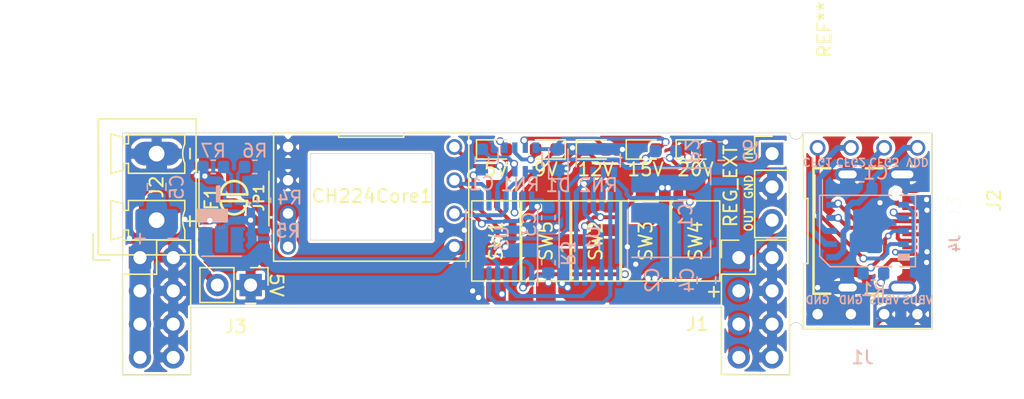
<source format=kicad_pcb>
(kicad_pcb (version 20171130) (host pcbnew "(5.1.6)-1")
  (layers (0 F.Cu signal) (31 B.Cu signal) (34 B.Paste user) (35 F.Paste user) (36 B.SilkS user) (37 F.SilkS user) (38 B.Mask user) (39 F.Mask user) (44 Edge.Cuts user))
  (net 0 "")
  (net 1 "Net-(12V1-Pad2)")
  (net 2 /CFG2)
  (net 3 "Net-(15V1-Pad2)")
  (net 4 GND)
  (net 5 "Net-(20V1-Pad2)")
  (net 6 /CFG3)
  (net 7 "Net-(5V1-Pad2)")
  (net 8 "Net-(5VSB1-Pad2)")
  (net 9 "Net-(9V1-Pad2)")
  (net 10 +3V3)
  (net 11 /VBUS)
  (net 12 "Net-(CH224Core1-Pad3)")
  (net 13 /CFG1)
  (net 14 "Net-(R4-Pad2)")
  (net 15 "Net-(R6-Pad1)")
  (net 16 "Net-(R7-Pad1)")
  (net 17 /LED)
  (net 18 "Net-(U2-Pad15)")
  (net 19 "Net-(U2-Pad11)")
  (net 20 "Net-(U2-Pad10)")
  (net 21 "Net-(U2-Pad4)")
  (net 22 /V5)
  (net 23 /V9)
  (net 24 /V20)
  (net 25 /V15)
  (net 26 /V12)
  (net 27 "Net-(U1-Pad11)")
  (net 28 "Net-(U1-Pad10)")
  (net 29 "Net-(U1-Pad6)")
  (net 30 "Net-(U1-Pad8)")
  (net 31 "Net-(U3-Pad15)")
  (module Connector_Wire:SolderWire-0.1sqmm_1x01_D0.4mm_OD1mm (layer F.Cu) (at 174.5615 117.348)
    (fp_text reference REF** (at 2.159 -15.367 90) (layer F.SilkS))
    (fp_text value SolderWire-0.1sqmm_1x01_D0.4mm_OD1mm)
    (pad "" np_thru_hole oval (at 0 0) (size 1 12) (drill oval 1 12) (layers *.Cu *.Mask))
  )
  (module Package_DIP:DIP-8_W12.7mm (layer F.Cu) (at 180.0065 117.348)
    (fp_text reference J2 (at 9.668 -2.3495 -270) (layer F.SilkS))
    (fp_text value Conn_02x04_Counter_Clockwise)
    (pad 4 thru_hole circle (at 3.81 6.35) (size 1.2 1.2) (drill 0.8) (layers *.Cu *.Mask))
    (pad 5 thru_hole circle (at 3.81 -6.35) (size 1.2 1.2) (drill 0.8) (layers *.Cu *.Mask))
    (pad 3 thru_hole circle (at 1.27 6.35) (size 1.2 1.2) (drill 0.8) (layers *.Cu *.Mask))
    (pad 6 thru_hole circle (at 1.27 -6.35) (size 1.2 1.2) (drill 0.8) (layers *.Cu *.Mask))
    (pad 2 thru_hole circle (at -1.27 6.35) (size 1.2 1.2) (drill 0.8) (layers *.Cu *.Mask))
    (pad 7 thru_hole circle (at -1.27 -6.35) (size 1.2 1.2) (drill 0.8) (layers *.Cu *.Mask))
    (pad 1 thru_hole circle (at -3.81 6.35) (size 1.2 1.2) (drill 0.8) (layers *.Cu *.Mask))
    (pad 8 thru_hole circle (at -3.81 -6.35) (size 1.2 1.2) (drill 0.8) (layers *.Cu *.Mask))
  )
  (module Capacitor_SMD:C_0603_1608Metric (layer B.Cu) (at 179.562 114.1095 180)
    (fp_text reference C1 (at -1.0795 1.2065 180) (layer B.SilkS) (effects (justify mirror)))
    (fp_text value 1u)
    (pad 2 smd roundrect (at 0.7875 0 180) (size 0.875 0.95) (layers B.Cu B.Paste B.Mask))
    (pad 1 smd roundrect (at -0.7875 0 180) (size 0.875 0.95) (layers B.Cu B.Paste B.Mask))
  )
  (module Resistor_SMD:R_0603_1608Metric (layer B.Cu) (at 180.451 120.5865 180)
    (fp_text reference R1 (at 0 -1.2065 unlocked) (layer B.SilkS) (effects (justify mirror)))
    (fp_text value 10k)
    (pad 2 smd roundrect (at 0.7875 0 180) (size 0.875 0.95) (layers B.Cu B.Paste B.Mask))
    (pad 1 smd roundrect (at -0.7875 0 180) (size 0.875 0.95) (layers B.Cu B.Paste B.Mask))
  )
  (module pad:SM-PAD_2x3mm (layer B.Cu) (at 180.0065 117.348 90)
    (fp_text reference J4 (at -0.9525 6.6675 90) (layer B.SilkS) (effects (font (size 0.762 0.762) (thickness 0.1524)) (justify mirror)))
    (fp_text value Conn_01x01 hide)
    (pad 1 smd rect (at 0 0 90) (size 3.2 2.2) (layers B.Cu B.Mask))
  )
  (module USB4105-GF-A:GCT_USB4105-GF-A (layer F.Cu) (at 178.4825 117.348 270)
    (fp_text reference J3 (at -1.825 -8.135 90) (layer F.SilkS) (effects (font (thickness 0.015))))
    (fp_text value USB4105-GF-A)
    (pad B8 smd rect (at -1.75 -4.755 270) (size 0.3 1.15) (layers F.Cu F.Paste F.Mask))
    (pad A5 smd rect (at -1.25 -4.755 270) (size 0.3 1.15) (layers F.Cu F.Paste F.Mask))
    (pad B7 smd rect (at -0.75 -4.755 270) (size 0.3 1.15) (layers F.Cu F.Paste F.Mask))
    (pad B5 smd rect (at 1.75 -4.755 270) (size 0.3 1.15) (layers F.Cu F.Paste F.Mask))
    (pad A8 smd rect (at 1.25 -4.755 270) (size 0.3 1.15) (layers F.Cu F.Paste F.Mask))
    (pad B6 smd rect (at 0.75 -4.755 270) (size 0.3 1.15) (layers F.Cu F.Paste F.Mask))
    (pad A6 smd rect (at -0.25 -4.755 270) (size 0.3 1.15) (layers F.Cu F.Paste F.Mask))
    (pad A7 smd rect (at 0.25 -4.755 270) (size 0.3 1.15) (layers F.Cu F.Paste F.Mask))
    (pad B4_A9 smd rect (at 2.4 -4.755 270) (size 0.6 1.15) (layers F.Cu F.Paste F.Mask))
    (pad A4_B9 smd rect (at -2.4 -4.755 270) (size 0.6 1.15) (layers F.Cu F.Paste F.Mask))
    (pad B1_A12 smd rect (at 3.2 -4.755 270) (size 0.6 1.15) (layers F.Cu F.Paste F.Mask))
    (pad A1_B12 smd rect (at -3.2 -4.755 270) (size 0.6 1.15) (layers F.Cu F.Paste F.Mask))
    (pad None np_thru_hole circle (at -2.89 -3.68 270) (size 0.65 0.65) (drill 0.65) (layers *.Cu *.Mask))
    (pad None np_thru_hole circle (at 2.89 -3.68 270) (size 0.65 0.65) (drill 0.65) (layers *.Cu *.Mask))
    (pad S4 thru_hole oval (at 4.32 -4.18 270) (size 1.05 2.1) (drill oval 0.6 1.7) (layers *.Cu *.Mask))
    (pad S1 thru_hole oval (at -4.32 -4.18 270) (size 1.05 2.1) (drill oval 0.6 1.7) (layers *.Cu *.Mask))
    (pad S3 thru_hole oval (at 4.32 0 270) (size 1 2) (drill oval 0.6 1.4) (layers *.Cu *.Mask))
    (pad S2 thru_hole oval (at -4.32 0 270) (size 1 2) (drill oval 0.6 1.4) (layers *.Cu *.Mask))
  )
  (module Package_SO:SSOP-10-1.0pitch (layer B.Cu) (at 180.0065 117.348 90)
    (fp_text reference J1 (at -9.652 -0.381 180) (layer B.SilkS) (effects (justify mirror)))
    (fp_text value CH224K)
    (pad 5 smd rect (at 2 -2.75 90) (size 0.45 0.81) (layers B.Cu B.Paste B.Mask))
    (pad 6 smd rect (at 2 2.75 90) (size 0.45 0.81) (layers B.Cu B.Paste B.Mask))
    (pad 4 smd rect (at 1 -2.75 90) (size 0.45 0.81) (layers B.Cu B.Paste B.Mask))
    (pad 7 smd rect (at 1 2.75 90) (size 0.45 0.81) (layers B.Cu B.Paste B.Mask))
    (pad 3 smd rect (at 0 -2.75 90) (size 0.45 0.81) (layers B.Cu B.Paste B.Mask))
    (pad 8 smd rect (at 0 2.75 90) (size 0.45 0.81) (layers B.Cu B.Paste B.Mask))
    (pad 2 smd rect (at -1 -2.75 90) (size 0.45 0.81) (layers B.Cu B.Paste B.Mask))
    (pad 9 smd rect (at -1 2.75 90) (size 0.45 0.81) (layers B.Cu B.Paste B.Mask))
    (pad 1 smd rect (at -2 -2.75 90) (size 0.45 0.81) (layers B.Cu B.Paste B.Mask))
    (pad 10 smd rect (at -2 2.75 90) (size 0.45 0.81) (layers B.SilkS))
  )
  (module MPM3620AGQV-P:CONV_MPM3620AGQV-P (layer B.Cu) (at 130.683 116.7765 180)
    (fp_text reference U2 (at 0 -0.2667) (layer B.SilkS) (effects (font (size 0.267887 0.267887) (thickness 0.015)) (justify mirror)))
    (fp_text value MPM3620GQV-Z)
    (pad 20 smd rect (at 1 -1.25 180) (size 0.6 1.95) (layers B.Cu B.Paste B.Mask) (net 10 +3V3))
    (pad 19 smd rect (at -1 -1.25 180) (size 0.6 1.95) (layers B.Cu B.Paste B.Mask) (net 21 "Net-(U2-Pad4)"))
    (pad 18 smd rect (at -1.25 2.45 180) (size 0.25 0.7) (layers B.Cu B.Paste B.Mask) (net 15 "Net-(R6-Pad1)"))
    (pad 17 smd rect (at -0.75 2.45 180) (size 0.25 0.7) (layers B.Cu B.Paste B.Mask) (net 16 "Net-(R7-Pad1)"))
    (pad 16 smd rect (at -0.25 2.25 180) (size 0.25 1.1) (layers B.Cu B.Paste B.Mask) (net 11 /VBUS))
    (pad 15 smd rect (at 0.25 2.25 180) (size 0.25 1.1) (layers B.SilkS) (net 18 "Net-(U2-Pad15)"))
    (pad 14 smd rect (at 0.75 2.45 180) (size 0.25 0.7) (layers B.Cu B.Paste B.Mask) (net 4 GND))
    (pad 13 smd rect (at 1.25 2.45 180) (size 0.25 0.7) (layers B.Cu B.Paste B.Mask) (net 4 GND))
    (pad 12 smd rect (at 1.45 1.55 180) (size 0.7 0.25) (layers B.Cu B.Paste B.Mask) (net 4 GND))
    (pad 11 smd rect (at 1.25 0.9 180) (size 1.1 0.25) (layers B.SilkS) (net 19 "Net-(U2-Pad11)"))
    (pad 10 smd rect (at 1.25 0.25 180) (size 1.1 0.25) (layers B.SilkS) (net 20 "Net-(U2-Pad10)"))
    (pad 9 smd rect (at 1.45 -0.4 180) (size 0.7 0.25) (layers B.Cu B.Paste B.Mask) (net 10 +3V3))
    (pad 8 smd rect (at 1.45 -1.25 180) (size 0.7 0.25) (layers B.Cu B.Paste B.Mask) (net 10 +3V3))
    (pad 7 smd rect (at 1.45 -2.1 180) (size 0.7 0.25) (layers B.Cu B.Paste B.Mask) (net 10 +3V3))
    (pad 6 smd rect (at -1.45 -2.1 180) (size 0.7 0.25) (layers B.Cu B.Paste B.Mask) (net 21 "Net-(U2-Pad4)"))
    (pad 5 smd rect (at -1.45 -1.25 180) (size 0.7 0.25) (layers B.Cu B.Paste B.Mask) (net 21 "Net-(U2-Pad4)"))
    (pad 4 smd rect (at -1.45 -0.4 180) (size 0.7 0.25) (layers B.Cu B.Paste B.Mask) (net 21 "Net-(U2-Pad4)"))
    (pad 3 smd rect (at -1.25 0.25 180) (size 1.1 0.25) (layers B.Cu B.Paste B.Mask) (net 4 GND))
    (pad 2 smd rect (at -1.25 0.9 180) (size 1.1 0.25) (layers B.Cu B.Paste B.Mask) (net 8 "Net-(5VSB1-Pad2)"))
    (pad 1 smd rect (at -1.4 1.55 180) (size 0.8 0.25) (layers B.Cu B.Paste B.Mask) (net 14 "Net-(R4-Pad2)"))
  )
  (module Connector_PinHeader_2.54mm:PinHeader_2x04_P2.54mm_Vertical (layer F.Cu) (at 124.46 119.38)
    (fp_text reference J3 (at 7.3025 5.2705) (layer F.SilkS))
    (fp_text value Conn_02x04_Counter_Clockwise)
    (pad 5 thru_hole oval (at 2.54 7.62) (size 1.7 1.7) (drill 1) (layers *.Cu *.Mask) (net 4 GND))
    (pad 4 thru_hole oval (at 0 7.62) (size 1.7 1.7) (drill 1) (layers *.Cu *.Mask) (net 11 /VBUS))
    (pad 6 thru_hole oval (at 2.54 5.08) (size 1.7 1.7) (drill 1) (layers *.Cu *.Mask) (net 4 GND))
    (pad 3 thru_hole oval (at 0 5.08) (size 1.7 1.7) (drill 1) (layers *.Cu *.Mask) (net 11 /VBUS))
    (pad 7 thru_hole oval (at 2.54 2.54) (size 1.7 1.7) (drill 1) (layers *.Cu *.Mask) (net 4 GND))
    (pad 2 thru_hole oval (at 0 2.54) (size 1.7 1.7) (drill 1) (layers *.Cu *.Mask) (net 11 /VBUS))
    (pad 8 thru_hole oval (at 2.54 0) (size 1.7 1.7) (drill 1) (layers *.Cu *.Mask) (net 4 GND))
    (pad 1 thru_hole rect (at 0 0) (size 1.7 1.7) (drill 1) (layers *.Cu *.Mask) (net 11 /VBUS))
  )
  (module Connector_PinHeader_2.54mm:PinHeader_2x04_P2.54mm_Vertical (layer F.Cu) (at 170.18 119.38)
    (fp_text reference J1 (at -3.175 5.08) (layer F.SilkS))
    (fp_text value Conn_02x04_Counter_Clockwise)
    (pad 5 thru_hole oval (at 2.54 7.62) (size 1.7 1.7) (drill 1) (layers *.Cu *.Mask) (net 4 GND))
    (pad 4 thru_hole oval (at 0 7.62) (size 1.7 1.7) (drill 1) (layers *.Cu *.Mask) (net 10 +3V3))
    (pad 6 thru_hole oval (at 2.54 5.08) (size 1.7 1.7) (drill 1) (layers *.Cu *.Mask) (net 4 GND))
    (pad 3 thru_hole oval (at 0 5.08) (size 1.7 1.7) (drill 1) (layers *.Cu *.Mask) (net 10 +3V3))
    (pad 7 thru_hole oval (at 2.54 2.54) (size 1.7 1.7) (drill 1) (layers *.Cu *.Mask) (net 4 GND))
    (pad 2 thru_hole oval (at 0 2.54) (size 1.7 1.7) (drill 1) (layers *.Cu *.Mask) (net 10 +3V3))
    (pad 8 thru_hole oval (at 2.54 0) (size 1.7 1.7) (drill 1) (layers *.Cu *.Mask) (net 4 GND))
    (pad 1 thru_hole rect (at 0 0) (size 1.7 1.7) (drill 1) (layers *.Cu *.Mask) (net 10 +3V3))
  )
  (module Capacitor_SMD:C_0603_1608Metric (layer B.Cu) (at 155.6385 116.332 90)
    (fp_text reference C3 (at -0.508 -1.4605 90) (layer B.SilkS) (effects (justify mirror)))
    (fp_text value 1u)
    (pad 2 smd roundrect (at 0.7875 0 90) (size 0.875 0.95) (layers B.Cu B.Paste B.Mask) (net 10 +3V3))
    (pad 1 smd roundrect (at -0.7875 0 90) (size 0.875 0.95) (layers B.Cu B.Paste B.Mask) (net 4 GND))
  )
  (module Package_SO:TSSOP-16_4.4x5mm_P0.65mm (layer B.Cu) (at 152.0825 117.9195 90)
    (fp_text reference U3 (at 0 0 -90) (layer B.SilkS) (effects (justify mirror)))
    (fp_text value 74LVC161)
    (pad 16 smd roundrect (at 2.8625 2.275 90) (size 1.475 0.4) (layers B.Cu B.Paste B.Mask) (net 10 +3V3))
    (pad 15 smd roundrect (at 2.8625 1.625 90) (size 1.475 0.4) (layers B.Cu B.Paste B.Mask) (net 31 "Net-(U3-Pad15)"))
    (pad 14 smd roundrect (at 2.8625 0.975 90) (size 1.475 0.4) (layers B.Cu B.Paste B.Mask) (net 17 /LED))
    (pad 13 smd roundrect (at 2.8625 0.325 90) (size 1.475 0.4) (layers B.Cu B.Paste B.Mask) (net 6 /CFG3))
    (pad 12 smd roundrect (at 2.8625 -0.325 90) (size 1.475 0.4) (layers B.Cu B.Paste B.Mask) (net 13 /CFG1))
    (pad 11 smd roundrect (at 2.8625 -0.975 90) (size 1.475 0.4) (layers B.Cu B.Paste B.Mask) (net 2 /CFG2))
    (pad 10 smd roundrect (at 2.8625 -1.625 90) (size 1.475 0.4) (layers B.Cu B.Paste B.Mask) (net 4 GND))
    (pad 9 smd roundrect (at 2.8625 -2.275 90) (size 1.475 0.4) (layers B.Cu B.Paste B.Mask) (net 4 GND))
    (pad 8 smd roundrect (at -2.8625 -2.275 90) (size 1.475 0.4) (layers B.Cu B.Paste B.Mask) (net 4 GND))
    (pad 7 smd roundrect (at -2.8625 -1.625 90) (size 1.475 0.4) (layers B.Cu B.Paste B.Mask) (net 4 GND))
    (pad 6 smd roundrect (at -2.8625 -0.975 90) (size 1.475 0.4) (layers B.Cu B.Paste B.Mask) (net 29 "Net-(U1-Pad6)"))
    (pad 5 smd roundrect (at -2.8625 -0.325 90) (size 1.475 0.4) (layers B.Cu B.Paste B.Mask) (net 22 /V5))
    (pad 4 smd roundrect (at -2.8625 0.325 90) (size 1.475 0.4) (layers B.Cu B.Paste B.Mask) (net 27 "Net-(U1-Pad11)"))
    (pad 3 smd roundrect (at -2.8625 0.975 90) (size 1.475 0.4) (layers B.Cu B.Paste B.Mask) (net 23 /V9))
    (pad 2 smd roundrect (at -2.8625 1.625 90) (size 1.475 0.4) (layers B.Cu B.Paste B.Mask) (net 30 "Net-(U1-Pad8)"))
    (pad 1 smd roundrect (at -2.8625 2.275 90) (size 1.475 0.4) (layers B.Cu B.Paste B.Mask) (net 23 /V9))
  )
  (module Package_SO:TSSOP-14_4.4x5mm_P0.65mm (layer B.Cu) (at 159.0675 117.9195 270)
    (fp_text reference U1 (at 0 0 90) (layer B.SilkS) (effects (justify mirror)))
    (fp_text value 74LS32)
    (pad 14 smd roundrect (at 2.8625 1.95 270) (size 1.475 0.4) (layers B.Cu B.Paste B.Mask) (net 10 +3V3))
    (pad 13 smd roundrect (at 2.8625 1.3 270) (size 1.475 0.4) (layers B.Cu B.Paste B.Mask) (net 26 /V12))
    (pad 12 smd roundrect (at 2.8625 0.65 270) (size 1.475 0.4) (layers B.Cu B.Paste B.Mask) (net 25 /V15))
    (pad 11 smd roundrect (at 2.8625 0 270) (size 1.475 0.4) (layers B.Cu B.Paste B.Mask) (net 27 "Net-(U1-Pad11)"))
    (pad 10 smd roundrect (at 2.8625 -0.65 270) (size 1.475 0.4) (layers B.Cu B.Paste B.Mask) (net 28 "Net-(U1-Pad10)"))
    (pad 9 smd roundrect (at 2.8625 -1.3 270) (size 1.475 0.4) (layers B.Cu B.Paste B.Mask) (net 29 "Net-(U1-Pad6)"))
    (pad 8 smd roundrect (at 2.8625 -1.95 270) (size 1.475 0.4) (layers B.Cu B.Paste B.Mask) (net 30 "Net-(U1-Pad8)"))
    (pad 7 smd roundrect (at -2.8625 -1.95 270) (size 1.475 0.4) (layers B.Cu B.Paste B.Mask) (net 4 GND))
    (pad 6 smd roundrect (at -2.8625 -1.3 270) (size 1.475 0.4) (layers B.Cu B.Paste B.Mask) (net 29 "Net-(U1-Pad6)"))
    (pad 5 smd roundrect (at -2.8625 -0.65 270) (size 1.475 0.4) (layers B.Cu B.Paste B.Mask) (net 24 /V20))
    (pad 4 smd roundrect (at -2.8625 0 270) (size 1.475 0.4) (layers B.Cu B.Paste B.Mask) (net 25 /V15))
    (pad 3 smd roundrect (at -2.8625 0.65 270) (size 1.475 0.4) (layers B.Cu B.Paste B.Mask) (net 28 "Net-(U1-Pad10)"))
    (pad 2 smd roundrect (at -2.8625 1.3 270) (size 1.475 0.4) (layers B.Cu B.Paste B.Mask) (net 26 /V12))
    (pad 1 smd roundrect (at -2.8625 1.95 270) (size 1.475 0.4) (layers B.Cu B.Paste B.Mask) (net 22 /V5))
  )
  (module LED_SMD:LED_0603_1608Metric (layer F.Cu) (at 151.638 111.125)
    (fp_text reference 5V (at 0 1.524) (layer F.SilkS))
    (fp_text value LED)
    (pad 2 smd roundrect (at 0.7875 0) (size 0.875 0.95) (layers F.Cu F.Paste F.Mask) (net 7 "Net-(5V1-Pad2)"))
    (pad 1 smd roundrect (at -0.7875 0) (size 0.875 0.95) (layers F.Cu F.Paste F.Mask) (net 4 GND))
  )
  (module LED_SMD:LED_0603_1608Metric (layer F.Cu) (at 166.878 111.125)
    (fp_text reference 20V (at 0 1.524) (layer F.SilkS))
    (fp_text value LED)
    (pad 2 smd roundrect (at 0.7875 0) (size 0.875 0.95) (layers F.Cu F.Paste F.Mask) (net 5 "Net-(20V1-Pad2)"))
    (pad 1 smd roundrect (at -0.7875 0) (size 0.875 0.95) (layers F.Cu F.Paste F.Mask) (net 6 /CFG3))
  )
  (module LED_SMD:LED_0603_1608Metric (layer F.Cu) (at 163.068 111.125)
    (fp_text reference 15V (at 0 1.524) (layer F.SilkS))
    (fp_text value LED)
    (pad 2 smd roundrect (at 0.7875 0) (size 0.875 0.95) (layers F.Cu F.Paste F.Mask) (net 3 "Net-(15V1-Pad2)"))
    (pad 1 smd roundrect (at -0.7875 0) (size 0.875 0.95) (layers F.Cu F.Paste F.Mask) (net 4 GND))
  )
  (module LED_SMD:LED_0603_1608Metric (layer F.Cu) (at 159.258 111.125)
    (fp_text reference 12V (at 0 1.524) (layer F.SilkS))
    (fp_text value LED)
    (pad 2 smd roundrect (at 0.7875 0) (size 0.875 0.95) (layers F.Cu F.Paste F.Mask) (net 1 "Net-(12V1-Pad2)"))
    (pad 1 smd roundrect (at -0.7875 0) (size 0.875 0.95) (layers F.Cu F.Paste F.Mask) (net 2 /CFG2))
  )
  (module Package_DIP:DIP-8_W12.7mm (layer F.Cu) (at 142.113 114.7445 270)
    (fp_text reference CH224Core1 (at -0.0635 -0.0635) (layer F.SilkS))
    (fp_text value Conn_02x04_Counter_Clockwise)
    (pad 4 thru_hole circle (at 3.81 6.35 270) (size 1.2 1.2) (drill 0.8) (layers *.Cu *.Mask) (net 12 "Net-(CH224Core1-Pad3)"))
    (pad 5 thru_hole circle (at 3.81 -6.35 270) (size 1.2 1.2) (drill 0.8) (layers *.Cu *.Mask) (net 10 +3V3))
    (pad 3 thru_hole circle (at 1.27 6.35 270) (size 1.2 1.2) (drill 0.8) (layers *.Cu *.Mask) (net 12 "Net-(CH224Core1-Pad3)"))
    (pad 6 thru_hole circle (at 1.27 -6.35 270) (size 1.2 1.2) (drill 0.8) (layers *.Cu *.Mask) (net 6 /CFG3))
    (pad 2 thru_hole circle (at -1.27 6.35 270) (size 1.2 1.2) (drill 0.8) (layers *.Cu *.Mask) (net 4 GND))
    (pad 7 thru_hole circle (at -1.27 -6.35 270) (size 1.2 1.2) (drill 0.8) (layers *.Cu *.Mask) (net 2 /CFG2))
    (pad 1 thru_hole circle (at -3.81 6.35 270) (size 1.2 1.2) (drill 0.8) (layers *.Cu *.Mask) (net 4 GND))
    (pad 8 thru_hole circle (at -3.81 -6.35 270) (size 1.2 1.2) (drill 0.8) (layers *.Cu *.Mask) (net 13 /CFG1))
  )
  (module Button_Switch_SMD:SW_SPST_CK_RS282G05A3 (layer F.Cu) (at 155.448 118.11 90)
    (fp_text reference SW5 (at 0 0 90) (layer F.SilkS))
    (fp_text value SW_DIP_x01)
    (pad 2 smd rect (at 3.9 0 90) (size 1.5 1.5) (layers F.Cu F.Paste F.Mask) (net 4 GND))
    (pad 1 smd rect (at -3.9 0 90) (size 1.5 1.5) (layers F.Cu F.Paste F.Mask) (net 23 /V9))
  )
  (module Button_Switch_SMD:SW_SPST_CK_RS282G05A3 (layer F.Cu) (at 166.878 118.11 90)
    (fp_text reference SW4 (at 0 0 90) (layer F.SilkS))
    (fp_text value SW_DIP_x01)
    (pad 2 smd rect (at 3.9 0 90) (size 1.5 1.5) (layers F.Cu F.Paste F.Mask) (net 24 /V20))
    (pad 1 smd rect (at -3.9 0 90) (size 1.5 1.5) (layers F.Cu F.Paste F.Mask) (net 10 +3V3))
  )
  (module Button_Switch_SMD:SW_SPST_CK_RS282G05A3 (layer F.Cu) (at 163.068 118.11 90)
    (fp_text reference SW3 (at 0 0 90) (layer F.SilkS))
    (fp_text value SW_DIP_x01)
    (pad 2 smd rect (at 3.9 0 90) (size 1.5 1.5) (layers F.Cu F.Paste F.Mask) (net 25 /V15))
    (pad 1 smd rect (at -3.9 0 90) (size 1.5 1.5) (layers F.Cu F.Paste F.Mask) (net 10 +3V3))
  )
  (module Button_Switch_SMD:SW_SPST_CK_RS282G05A3 (layer F.Cu) (at 159.258 118.11 90)
    (fp_text reference SW2 (at 0 0 90) (layer F.SilkS))
    (fp_text value SW_DIP_x01)
    (pad 2 smd rect (at 3.9 0 90) (size 1.5 1.5) (layers F.Cu F.Paste F.Mask) (net 26 /V12))
    (pad 1 smd rect (at -3.9 0 90) (size 1.5 1.5) (layers F.Cu F.Paste F.Mask) (net 10 +3V3))
  )
  (module Button_Switch_SMD:SW_SPST_CK_RS282G05A3 (layer F.Cu) (at 151.638 118.11 270)
    (fp_text reference SW1 (at 0 0 90) (layer F.SilkS))
    (fp_text value SW_DIP_x01)
    (pad 2 smd rect (at 3.9 0 270) (size 1.5 1.5) (layers F.Cu F.Paste F.Mask) (net 22 /V5))
    (pad 1 smd rect (at -3.9 0 270) (size 1.5 1.5) (layers F.Cu F.Paste F.Mask) (net 10 +3V3))
  )
  (module Resistor_SMD:R_Array_Convex_4x0603 (layer B.Cu) (at 159.4485 111.9505 270)
    (fp_text reference RN2 (at 1.905 0) (layer B.SilkS) (effects (justify mirror)))
    (fp_text value R_Pack04)
    (pad 5 smd rect (at 0.9 -1.2 270) (size 0.8 0.5) (layers B.Cu B.Paste B.Mask) (net 24 /V20))
    (pad 6 smd rect (at 0.9 -0.4 270) (size 0.8 0.4) (layers B.Cu B.Paste B.Mask) (net 25 /V15))
    (pad 8 smd rect (at 0.9 1.2 270) (size 0.8 0.5) (layers B.Cu B.Paste B.Mask) (net 22 /V5))
    (pad 7 smd rect (at 0.9 0.4 270) (size 0.8 0.4) (layers B.Cu B.Paste B.Mask) (net 26 /V12))
    (pad 4 smd rect (at -0.9 -1.2 270) (size 0.8 0.5) (layers B.Cu B.Paste B.Mask) (net 4 GND))
    (pad 2 smd rect (at -0.9 0.4 270) (size 0.8 0.4) (layers B.Cu B.Paste B.Mask) (net 4 GND))
    (pad 3 smd rect (at -0.9 -0.4 270) (size 0.8 0.4) (layers B.Cu B.Paste B.Mask) (net 4 GND))
    (pad 1 smd rect (at -0.9 1.2 270) (size 0.8 0.5) (layers B.Cu B.Paste B.Mask) (net 4 GND))
  )
  (module Resistor_SMD:R_Array_Convex_4x0603 (layer B.Cu) (at 153.4795 111.887 270)
    (fp_text reference RN1 (at 1.905 0 180) (layer B.SilkS) (effects (justify mirror)))
    (fp_text value R_Pack04)
    (pad 5 smd rect (at 0.9 -1.2 270) (size 0.8 0.5) (layers B.Cu B.Paste B.Mask) (net 6 /CFG3))
    (pad 6 smd rect (at 0.9 -0.4 270) (size 0.8 0.4) (layers B.Cu B.Paste B.Mask) (net 6 /CFG3))
    (pad 8 smd rect (at 0.9 1.2 270) (size 0.8 0.5) (layers B.Cu B.Paste B.Mask) (net 13 /CFG1))
    (pad 7 smd rect (at 0.9 0.4 270) (size 0.8 0.4) (layers B.Cu B.Paste B.Mask) (net 10 +3V3))
    (pad 4 smd rect (at -0.9 -1.2 270) (size 0.8 0.5) (layers B.Cu B.Paste B.Mask) (net 3 "Net-(15V1-Pad2)"))
    (pad 2 smd rect (at -0.9 0.4 270) (size 0.8 0.4) (layers B.Cu B.Paste B.Mask) (net 9 "Net-(9V1-Pad2)"))
    (pad 3 smd rect (at -0.9 -0.4 270) (size 0.8 0.4) (layers B.Cu B.Paste B.Mask) (net 1 "Net-(12V1-Pad2)"))
    (pad 1 smd rect (at -0.9 1.2 270) (size 0.8 0.5) (layers B.Cu B.Paste B.Mask) (net 7 "Net-(5V1-Pad2)"))
  )
  (module Connector_PinHeader_2.54mm:PinHeader_1x03_P2.54mm_Vertical (layer F.Cu) (at 172.72 111.4425)
    (fp_text reference REG_EXT (at -3.175 2.4765 90) (layer F.SilkS))
    (fp_text value Conn_01x03)
    (pad 3 thru_hole oval (at 0 5.08) (size 1.7 1.7) (drill 1) (layers *.Cu *.Mask) (net 10 +3V3))
    (pad 2 thru_hole oval (at 0 2.54) (size 1.7 1.7) (drill 1) (layers *.Cu *.Mask) (net 4 GND))
    (pad 1 thru_hole rect (at 0 0) (size 1.7 1.7) (drill 1) (layers *.Cu *.Mask) (net 11 /VBUS))
  )
  (module Resistor_SMD:R_0603_1608Metric (layer B.Cu) (at 130.048 112.4585 180)
    (fp_text reference R7 (at 0 1.2319) (layer B.SilkS) (effects (justify mirror)))
    (fp_text value 4.7k)
    (pad 2 smd roundrect (at 0.7875 0 180) (size 0.875 0.95) (layers B.Cu B.Paste B.Mask) (net 11 /VBUS))
    (pad 1 smd roundrect (at -0.7875 0 180) (size 0.875 0.95) (layers B.Cu B.Paste B.Mask) (net 16 "Net-(R7-Pad1)"))
  )
  (module Resistor_SMD:R_0603_1608Metric (layer B.Cu) (at 133.223 112.4585)
    (fp_text reference R6 (at 0 -1.2319) (layer B.SilkS) (effects (justify mirror)))
    (fp_text value 56k)
    (pad 2 smd roundrect (at 0.7875 0) (size 0.875 0.95) (layers B.Cu B.Paste B.Mask) (net 4 GND))
    (pad 1 smd roundrect (at -0.7875 0) (size 0.875 0.95) (layers B.Cu B.Paste B.Mask) (net 15 "Net-(R6-Pad1)"))
  )
  (module Resistor_SMD:R_0603_1608Metric (layer B.Cu) (at 133.9215 117.9195 90)
    (fp_text reference R5 (at 0.5715 1.8415) (layer B.SilkS) (effects (justify mirror)))
    (fp_text value 160k)
    (pad 1 smd roundrect (at -0.7875 0 90) (size 0.875 0.95) (layers B.Cu B.Paste B.Mask) (net 10 +3V3))
    (pad 2 smd roundrect (at 0.7875 0 90) (size 0.875 0.95) (layers B.Cu B.Paste B.Mask) (net 14 "Net-(R4-Pad2)"))
  )
  (module Resistor_SMD:R_0603_1608Metric (layer B.Cu) (at 133.9215 114.9985 270)
    (fp_text reference R4 (at -0.1905 -1.9685) (layer B.SilkS) (effects (justify mirror)))
    (fp_text value 51k)
    (pad 2 smd roundrect (at 0.7875 0 270) (size 0.875 0.95) (layers B.Cu B.Paste B.Mask) (net 14 "Net-(R4-Pad2)"))
    (pad 1 smd roundrect (at -0.7875 0 270) (size 0.875 0.95) (layers B.Cu B.Paste B.Mask) (net 4 GND))
  )
  (module Resistor_SMD:R_0603_1608Metric (layer B.Cu) (at 155.6385 119.761 270)
    (fp_text reference R3 (at -0.6985 -1.4605 270 unlocked) (layer B.SilkS) (effects (justify mirror)))
    (fp_text value 4.7k)
    (pad 2 smd roundrect (at 0.7875 0 270) (size 0.875 0.95) (layers B.Cu B.Paste B.Mask) (net 23 /V9))
    (pad 1 smd roundrect (at -0.7875 0 270) (size 0.875 0.95) (layers B.Cu B.Paste B.Mask) (net 10 +3V3))
  )
  (module Resistor_SMD:R_0603_1608Metric (layer B.Cu) (at 164.592 111.252)
    (fp_text reference R2 (at 1.9812 0 270 unlocked) (layer B.SilkS) (effects (justify mirror)))
    (fp_text value 1.5k)
    (pad 2 smd roundrect (at 0.7875 0) (size 0.875 0.95) (layers B.Cu B.Paste B.Mask) (net 5 "Net-(20V1-Pad2)"))
    (pad 1 smd roundrect (at -0.7875 0) (size 0.875 0.95) (layers B.Cu B.Paste B.Mask) (net 2 /CFG2))
  )
  (module jumper:SOLDER-JUMPER_1-WAY (layer F.Cu) (at 131.6355 114.808 90)
    (fp_text reference JP1 (at 0 1.905 90) (layer F.SilkS) (effects (font (size 0.762 0.762) (thickness 0.1524))))
    (fp_text value Jumper hide)
    (pad 2 smd rect (at 0.65 0 90) (size 1 1) (layers F.Cu F.Paste F.Mask) (net 12 "Net-(CH224Core1-Pad3)"))
    (pad 1 smd rect (at -0.65 0 90) (size 1 1) (layers F.Cu F.Paste F.Mask) (net 11 /VBUS))
  )
  (module Connector_Phoenix_MC_HighVoltage:PhoenixContact_MCV_1,5_2-G-5.08_1x02_P5.08mm_Vertical (layer F.Cu) (at 125.73 116.5225 90)
    (fp_text reference J2 (at 2.54 0 90) (layer F.SilkS))
    (fp_text value Conn_01x02)
    (pad 1 thru_hole roundrect (at 0 0 90) (size 1.7 3.24) (drill 1.2) (layers *.Cu *.Mask) (roundrect_rratio 0.139) (net 11 /VBUS))
    (pad 2 thru_hole oval (at 5.08 0 90) (size 1.8 3.6) (drill 1.2) (layers *.Cu *.Mask) (net 4 GND))
  )
  (module Package_TO_SOT_SMD:SOT-223 (layer B.Cu) (at 166.116 115.951)
    (fp_text reference IC1 (at 0 0 270) (layer B.SilkS) (effects (justify mirror)))
    (fp_text value NCP1117)
    (pad 1 smd rect (at -3.15 2.3) (size 2 1.5) (layers B.Cu B.Paste B.Mask) (net 4 GND))
    (pad 3 smd rect (at -3.15 -2.3) (size 2 1.5) (layers B.Cu B.Paste B.Mask) (net 11 /VBUS))
    (pad 2 smd rect (at -3.15 0) (size 2 1.5) (layers B.Cu B.Paste B.Mask) (net 10 +3V3))
    (pad 4 smd rect (at 3.15 0) (size 2 3.8) (layers B.Cu B.Paste B.Mask) (net 10 +3V3))
  )
  (module Fuse:Fuse_2920_7451Metric_Castellated (layer F.Cu) (at 131.6355 114.8715 90)
    (fp_text reference F1 (at 0 -1.7145 90) (layer F.SilkS))
    (fp_text value Fuse)
    (pad 2 smd roundrect (at 3.4125 0 90) (size 2.275 5.35) (layers F.Cu F.Paste F.Mask) (roundrect_rratio 0.10989) (net 12 "Net-(CH224Core1-Pad3)"))
    (pad 1 smd roundrect (at -3.4125 0 90) (size 2.275 5.35) (layers F.Cu F.Paste F.Mask) (roundrect_rratio 0.10989) (net 11 /VBUS))
  )
  (module Diode_SMD:D_0603_1608Metric (layer B.Cu) (at 156.4005 111.887 90)
    (fp_text reference D1 (at -1.9685 0) (layer B.SilkS) (effects (justify mirror)))
    (fp_text value D)
    (pad 2 smd roundrect (at 0.7875 0 90) (size 0.875 0.95) (layers B.Cu B.Paste B.Mask) (net 3 "Net-(15V1-Pad2)"))
    (pad 1 smd roundrect (at -0.7875 0 90) (size 0.875 0.95) (layers B.Cu B.Paste B.Mask) (net 2 /CFG2))
  )
  (module Capacitor_SMD:C_0805_2012Metric (layer B.Cu) (at 168.8465 111.252 180)
    (fp_text reference C6 (at -2.1463 0 270 unlocked) (layer B.SilkS) (effects (justify mirror)))
    (fp_text value 10u)
    (pad 2 smd roundrect (at 0.9375 0 180) (size 0.975 1.4) (layers B.Cu B.Paste B.Mask) (net 11 /VBUS))
    (pad 1 smd roundrect (at -0.9375 0 180) (size 0.975 1.4) (layers B.Cu B.Paste B.Mask) (net 4 GND))
  )
  (module Capacitor_SMD:C_0805_2012Metric (layer B.Cu) (at 125.73 113.9825 270)
    (fp_text reference C5 (at 0.0127 -1.5494 90) (layer B.SilkS) (effects (justify mirror)))
    (fp_text value 47u)
    (pad 2 smd roundrect (at 0.9375 0 270) (size 0.975 1.4) (layers B.Cu B.Paste B.Mask) (net 11 /VBUS))
    (pad 1 smd roundrect (at -0.9375 0 270) (size 0.975 1.4) (layers B.Cu B.Paste B.Mask) (net 4 GND))
  )
  (module Capacitor_SMD:C_0805_2012Metric (layer B.Cu) (at 167.7035 121.0945 90)
    (fp_text reference C4 (at 0 -1.4605 270) (layer B.SilkS) (effects (justify mirror)))
    (fp_text value 22u)
    (pad 2 smd roundrect (at 0.9375 0 90) (size 0.975 1.4) (layers B.Cu B.Paste B.Mask) (net 10 +3V3))
    (pad 1 smd roundrect (at -0.9375 0 90) (size 0.975 1.4) (layers B.Cu B.Paste B.Mask) (net 4 GND))
  )
  (module Capacitor_SMD:C_0603_1608Metric (layer B.Cu) (at 164.846 121.0945 90)
    (fp_text reference C2 (at 0 -1.27 90) (layer B.SilkS) (effects (justify mirror)))
    (fp_text value 1u)
    (pad 2 smd roundrect (at 0.7875 0 90) (size 0.875 0.95) (layers B.Cu B.Paste B.Mask) (net 10 +3V3))
    (pad 1 smd roundrect (at -0.7875 0 90) (size 0.875 0.95) (layers B.Cu B.Paste B.Mask) (net 4 GND))
  )
  (module Capacitor_SMD:C_0603_1608Metric (layer B.Cu) (at 150.5585 111.887 90)
    (fp_text reference C1 (at -1.8415 0 180) (layer B.SilkS) (effects (justify mirror)))
    (fp_text value 1u)
    (pad 2 smd roundrect (at 0.7875 0 90) (size 0.875 0.95) (layers B.Cu B.Paste B.Mask) (net 10 +3V3))
    (pad 1 smd roundrect (at -0.7875 0 90) (size 0.875 0.95) (layers B.Cu B.Paste B.Mask) (net 22 /V5))
  )
  (module LED_SMD:LED_0603_1608Metric (layer F.Cu) (at 155.448 111.125 180)
    (fp_text reference 9V (at 0 -1.524) (layer F.SilkS))
    (fp_text value LED)
    (pad 2 smd roundrect (at 0.7875 0 180) (size 0.875 0.95) (layers F.Cu F.Paste F.Mask) (net 9 "Net-(9V1-Pad2)"))
    (pad 1 smd roundrect (at -0.7875 0 180) (size 0.875 0.95) (layers F.Cu F.Paste F.Mask) (net 17 /LED))
  )
  (module Connector_PinHeader_2.54mm:PinHeader_1x02_P2.54mm_Vertical (layer F.Cu) (at 132.9055 121.4755 270)
    (fp_text reference 5V (at 0 -1.9685 270 unlocked) (layer F.SilkS))
    (fp_text value Conn_01x02)
    (pad 1 thru_hole rect (at 0 0 270) (size 1.7 1.7) (drill 1) (layers *.Cu *.Mask) (net 4 GND))
    (pad 2 thru_hole oval (at 0 2.54 270) (size 1.7 1.7) (drill 1) (layers *.Cu *.Mask) (net 8 "Net-(5VSB1-Pad2)"))
  )
  (gr_text GND (at 176.1965 122.6185) (layer B.SilkS) (effects (font (size 0.6 0.6) (thickness 0.12)) (justify mirror)))
  (gr_text GND (at 178.7365 122.6185) (layer B.SilkS) (effects (font (size 0.6 0.6) (thickness 0.12)) (justify mirror)))
  (gr_text VBUS (at 183.8165 122.6185) (layer B.SilkS) (effects (font (size 0.6 0.6) (thickness 0.12)) (justify mirror)))
  (gr_text VDD (at 183.8165 112.0775 180) (layer B.SilkS) (effects (font (size 0.6 0.6) (thickness 0.12)) (justify mirror)))
  (gr_text CFG2 (at 178.7365 112.0775 180) (layer B.SilkS) (effects (font (size 0.6 0.6) (thickness 0.12)) (justify mirror)))
  (gr_text CFG3 (at 181.2765 112.0775 180) (layer B.SilkS) (effects (font (size 0.6 0.6) (thickness 0.12)) (justify mirror)))
  (gr_text CFG1 (at 176.1965 112.0775 180) (layer B.SilkS) (effects (font (size 0.6 0.6) (thickness 0.12)) (justify mirror)))
  (gr_text VBUS (at 181.2765 122.6185) (layer B.SilkS) (effects (font (size 0.6 0.6) (thickness 0.12)) (justify mirror)))
  (gr_arc (start 174.5535 109.855) (end 174.0535 109.855) (angle -180) (layer Edge.Cuts) (width 0.05))
  (gr_poly (pts (xy 183.1815 119.126) (xy 183.1815 119.5705) (xy 182.356 119.5705) (xy 182.356 119.126)) (layer B.SilkS) (width 0.1))
  (gr_line (start 184.9595 109.855) (end 175.0535 109.855) (layer Edge.Cuts) (width 0.05))
  (gr_line (start 184.9595 124.841) (end 184.9595 109.855) (layer Edge.Cuts) (width 0.05))
  (gr_line (start 175.0535 124.841) (end 184.9595 124.841) (layer Edge.Cuts) (width 0.05))
  (gr_arc (start 174.5535 124.841) (end 175.0535 124.841) (angle -180) (layer Edge.Cuts) (width 0.05))
  (gr_text - (at 172.72 117.856) (layer B.SilkS) (effects (font (size 1 1)) (justify mirror)))
  (gr_text + (at 124.46 117.856) (layer B.SilkS) (effects (font (size 1 1)) (justify mirror)))
  (gr_text - (at 127 117.856) (layer B.SilkS) (effects (font (size 1 1)) (justify mirror)))
  (gr_text + (at 168.275 121.92) (layer F.SilkS) (effects (font (size 1 1))))
  (gr_text - (at 132.9055 122.809) (layer F.SilkS) (effects (font (size 1 1))))
  (gr_text + (at 128.27 116.5225) (layer F.SilkS) (effects (font (size 1 1))))
  (gr_text - (at 128.2065 111.4425 90) (layer F.SilkS) (effects (font (size 1 1))))
  (gr_text OUT (at 170.942 116.5225 90) (layer F.SilkS) (effects (font (size 0.6 0.6) (thickness 0.12))))
  (gr_text GND (at 170.942 113.9825 90) (layer F.SilkS) (effects (font (size 0.6 0.6) (thickness 0.12))))
  (gr_text IN (at 170.942 111.4425 90) (layer F.SilkS) (effects (font (size 0.6 0.6) (thickness 0.12))))
  (gr_poly (pts (xy 130.556 115.1255) (xy 130.302 115.1255) (xy 130.302 113.919) (xy 130.556 113.919)) (layer B.SilkS) (width 0.1))
  (gr_poly (pts (xy 131.1275 116.6495) (xy 128.8415 116.6495) (xy 128.8415 115.697) (xy 131.1275 115.697)) (layer B.SilkS) (width 0.1))
  (gr_line (start 137.4775 118.0465) (end 137.4775 111.4425) (layer Edge.Cuts) (width 0.05))
  (gr_line (start 146.7485 118.0465) (end 137.4775 118.0465) (layer Edge.Cuts) (width 0.05))
  (gr_line (start 146.7485 111.4425) (end 146.7485 118.0465) (layer Edge.Cuts) (width 0.05))
  (gr_line (start 137.4775 111.4425) (end 146.7485 111.4425) (layer Edge.Cuts) (width 0.05))
  (gr_line (start 123.1265 128.3335) (end 123.1265 109.855) (layer Edge.Cuts) (width 0.05))
  (gr_line (start 128.3335 128.3335) (end 123.1265 128.3335) (layer Edge.Cuts) (width 0.05))
  (gr_line (start 128.3335 123.19) (end 128.3335 128.3335) (layer Edge.Cuts) (width 0.05))
  (gr_line (start 168.8465 123.19) (end 128.3335 123.19) (layer Edge.Cuts) (width 0.05))
  (gr_line (start 168.8465 128.27) (end 168.8465 123.19) (layer Edge.Cuts) (width 0.05))
  (gr_line (start 174.0535 128.3335) (end 168.8465 128.27) (layer Edge.Cuts) (width 0.05))
  (gr_line (start 174.0535 124.841) (end 174.0535 128.3335) (layer Edge.Cuts) (width 0.05))
  (gr_line (start 123.1265 109.855) (end 174.0535 109.855) (layer Edge.Cuts) (width 0.05))
  (segment (start 177.2565 116.348) (end 177.750956 116.348) (width 0.45) (layer B.Cu) (net 0))
  (segment (start 183.2375 116.598) (end 179.108106 116.598) (width 0.3) (layer F.Cu) (net 0))
  (segment (start 183.2375 117.598) (end 184.1125 117.598) (width 0.3) (layer F.Cu) (net 0))
  (segment (start 184.092502 116.598) (end 183.2375 116.598) (width 0.3) (layer F.Cu) (net 0))
  (segment (start 177.750956 116.348) (end 177.756489 116.342467) (width 0.45) (layer B.Cu) (net 0))
  (segment (start 177.2565 115.348) (end 177.662828 115.348) (width 0.45) (layer B.Cu) (net 0))
  (segment (start 182.7565 116.348) (end 182.419376 116.348) (width 0.3) (layer B.Cu) (net 0))
  (segment (start 177.662828 115.348) (end 177.760467 115.250361) (width 0.45) (layer B.Cu) (net 0))
  (segment (start 179.108106 116.598) (end 177.760467 115.250361) (width 0.3) (layer F.Cu) (net 0))
  (segment (start 184.1975 117.513) (end 184.1975 116.702998) (width 0.3) (layer F.Cu) (net 0))
  (segment (start 177.911 115.316) (end 177.911 115.316) (width 0.3) (layer F.Cu) (net 0))
  (segment (start 184.1125 117.598) (end 184.1975 117.513) (width 0.3) (layer F.Cu) (net 0))
  (segment (start 184.1975 116.702998) (end 184.092502 116.598) (width 0.3) (layer F.Cu) (net 0))
  (segment (start 182.7565 115.348) (end 182.9365 115.348) (width 0.3) (layer B.Cu) (net 0))
  (segment (start 183.511501 118.853001) (end 183.401513 118.962989) (width 0.3) (layer B.Cu) (net 0))
  (segment (start 182.12698 118.962989) (end 182.12698 119.02398) (width 0.3) (layer F.Cu) (net 0))
  (segment (start 182.312499 117.264501) (end 182.479 117.098) (width 0.3) (layer F.Cu) (net 0))
  (segment (start 182.9365 115.348) (end 183.511501 115.923001) (width 0.3) (layer B.Cu) (net 0))
  (segment (start 183.2375 119.098) (end 183.227489 119.087989) (width 0.25) (layer F.Cu) (net 0))
  (segment (start 182.479 117.098) (end 178.512022 117.098) (width 0.3) (layer F.Cu) (net 0))
  (segment (start 182.12698 119.02398) (end 182.1655 119.0625) (width 0.3) (layer F.Cu) (net 0))
  (via (at 180.2605 120.142) (size 0.6) (drill 0.4) (layers F.Cu B.Cu) (net 0))
  (via (at 177.760467 115.250361) (size 0.6) (drill 0.4) (layers F.Cu B.Cu) (net 0))
  (via (at 181.99877 115.927394) (size 0.6) (drill 0.4) (layers F.Cu B.Cu) (net 0))
  (via (at 184.54675 118.9355) (size 0.6) (drill 0.4) (layers F.Cu B.Cu) (net 0))
  (via (at 179.689 119.448018) (size 0.6) (drill 0.4) (layers F.Cu B.Cu) (net 0))
  (via (at 181.022494 121.285006) (size 0.6) (drill 0.4) (layers F.Cu B.Cu) (net 0))
  (via (at 180.959 115.189) (size 0.6) (drill 0.4) (layers F.Cu B.Cu) (net 0))
  (via (at 177.756489 116.342467) (size 0.6) (drill 0.4) (layers F.Cu B.Cu) (net 0))
  (via (at 184.515 114.948) (size 0.6) (drill 0.4) (layers F.Cu B.Cu) (net 0))
  (via (at 182.12698 118.962989) (size 0.5) (drill 0.3) (layers F.Cu B.Cu) (net 0))
  (via (at 176.1965 121.666) (size 0.6) (drill 0.4) (layers F.Cu B.Cu) (net 0))
  (via (at 181.594 117.729) (size 0.5) (drill 0.3) (layers F.Cu B.Cu) (net 0))
  (via (at 184.54675 115.7605) (size 0.6) (drill 0.4) (layers F.Cu B.Cu) (net 0))
  (via (at 184.515 119.748) (size 0.6) (drill 0.4) (layers F.Cu B.Cu) (net 0))
  (segment (start 182.510998 118.098) (end 182.312499 117.899501) (width 0.3) (layer F.Cu) (net 0))
  (segment (start 183.372 120.777) (end 183.372 119.8245) (width 0.25) (layer B.Cu) (net 0))
  (segment (start 180.324 114.1095) (end 180.324 113.477308) (width 0.45) (layer B.Cu) (net 0))
  (segment (start 182.991 122.555) (end 183.118 122.555) (width 0.25) (layer B.Cu) (net 0))
  (segment (start 184.700989 119.067011) (end 184.700989 115.628989) (width 0.3) (layer F.Cu) (net 0))
  (segment (start 181.838499 119.562999) (end 181.838499 119.56251) (width 0.3) (layer F.Cu) (net 0))
  (segment (start 182.486501 119.562999) (end 181.838499 119.562999) (width 0.3) (layer F.Cu) (net 0))
  (segment (start 182.671502 119.748) (end 182.486501 119.562999) (width 0.3) (layer F.Cu) (net 0))
  (segment (start 183.118 122.555) (end 183.245 122.555) (width 0.25) (layer B.Cu) (net 0))
  (segment (start 184.8325 124.6505) (end 184.8325 114.7445) (width 0.25) (layer B.Cu) (net 0))
  (segment (start 181.2765 123.698) (end 180.578 124.3965) (width 0.25) (layer B.Cu) (net 0))
  (segment (start 180.578 122.555) (end 182.991 122.555) (width 0.25) (layer B.Cu) (net 0))
  (segment (start 183.2375 119.748) (end 182.671502 119.748) (width 0.3) (layer F.Cu) (net 0))
  (segment (start 183.412499 114.773001) (end 183.2375 114.948) (width 0.25) (layer F.Cu) (net 0))
  (segment (start 181.2385 120.5865) (end 181.2385 121.069) (width 0.3) (layer B.Cu) (net 0))
  (segment (start 180.578 124.3965) (end 180.578 124.6505) (width 0.25) (layer B.Cu) (net 0))
  (segment (start 177.2565 118.348) (end 176.8155 118.348) (width 0.45) (layer B.Cu) (net 0))
  (segment (start 181.2385 121.069) (end 181.022494 121.285006) (width 0.3) (layer B.Cu) (net 0))
  (segment (start 178.165 117.4115) (end 178.481499 117.095001) (width 0.45) (layer B.Cu) (net 0))
  (segment (start 182.803308 110.998) (end 183.8165 110.998) (width 0.45) (layer B.Cu) (net 0))
  (segment (start 178.481499 115.571001) (end 178.8635 115.189) (width 0.45) (layer B.Cu) (net 0))
  (segment (start 184.8325 124.6505) (end 184.8325 114.7445) (width 0.25) (layer F.Cu) (net 0))
  (segment (start 180.578 124.6505) (end 180.578 122.555) (width 0.25) (layer F.Cu) (net 0))
  (segment (start 175.67349 117.20599) (end 175.67349 113.04501) (width 0.45) (layer B.Cu) (net 0))
  (segment (start 184.101002 114.7445) (end 184.072501 114.773001) (width 0.25) (layer F.Cu) (net 0))
  (segment (start 183.994004 120.154996) (end 183.372 120.777) (width 0.25) (layer B.Cu) (net 0))
  (segment (start 178.165 118.872) (end 178.165 117.4115) (width 0.45) (layer B.Cu) (net 0))
  (segment (start 181.0225 121.285) (end 181.0225 121.285) (width 0.3) (layer F.Cu) (net 0))
  (segment (start 179.308 115.189) (end 180.324 114.173) (width 0.45) (layer B.Cu) (net 0))
  (segment (start 183.245 122.555) (end 183.3085 122.555) (width 0.25) (layer B.Cu) (net 0))
  (segment (start 184.8325 114.7445) (end 183.372 114.7445) (width 0.25) (layer B.Cu) (net 0))
  (segment (start 177.7205 110.998) (end 178.7365 110.998) (width 0.45) (layer B.Cu) (net 0))
  (segment (start 180.578 124.3965) (end 180.578 122.555) (width 0.25) (layer B.Cu) (net 0))
  (segment (start 180.578 124.6505) (end 184.8325 124.6505) (width 0.25) (layer B.Cu) (net 0))
  (segment (start 175.67349 113.04501) (end 177.7205 110.998) (width 0.45) (layer B.Cu) (net 0))
  (segment (start 184.700989 115.628989) (end 184.54675 115.47475) (width 0.3) (layer F.Cu) (net 0))
  (segment (start 181.737 118.348) (end 181.526979 118.558021) (width 0.3) (layer B.Cu) (net 0))
  (segment (start 181.2765 123.952) (end 180.578 124.6505) (width 0.25) (layer F.Cu) (net 0))
  (segment (start 183.372 114.8715) (end 183.486501 114.986001) (width 0.25) (layer B.Cu) (net 0))
  (segment (start 178.8635 115.189) (end 179.308 115.189) (width 0.45) (layer B.Cu) (net 0))
  (segment (start 181.022494 120.379004) (end 181.022494 120.860742) (width 0.3) (layer F.Cu) (net 0))
  (segment (start 176.8155 118.348) (end 175.67349 117.20599) (width 0.45) (layer B.Cu) (net 0))
  (segment (start 180.578 122.555) (end 182.9275 122.555) (width 0.25) (layer F.Cu) (net 0))
  (segment (start 180.578 124.6505) (end 184.8325 124.6505) (width 0.25) (layer F.Cu) (net 0))
  (segment (start 184.54675 115.47475) (end 184.02 114.948) (width 0.3) (layer F.Cu) (net 0))
  (segment (start 181.526979 118.558021) (end 181.526979 119.058175) (width 0.3) (layer B.Cu) (net 0))
  (segment (start 181.526979 119.058175) (end 181.137136 119.448018) (width 0.3) (layer B.Cu) (net 0))
  (segment (start 182.7565 118.348) (end 181.737 118.348) (width 0.3) (layer B.Cu) (net 0))
  (segment (start 181.2765 123.698) (end 181.2765 123.952) (width 0.25) (layer F.Cu) (net 0))
  (segment (start 184.8325 114.7445) (end 184.101002 114.7445) (width 0.25) (layer F.Cu) (net 0))
  (segment (start 176.1965 110.998) (end 176.1965 115.951) (width 0.3) (layer F.Cu) (net 0))
  (segment (start 179.689 119.4435) (end 179.689 119.448018) (width 0.3) (layer F.Cu) (net 0))
  (segment (start 183.372 114.7445) (end 183.372 114.8715) (width 0.25) (layer B.Cu) (net 0))
  (segment (start 182.9275 122.555) (end 183.3085 122.555) (width 0.25) (layer F.Cu) (net 0))
  (segment (start 182.419376 116.348) (end 181.99877 115.927394) (width 0.3) (layer B.Cu) (net 0))
  (segment (start 177.560254 112.0775) (end 180.197 112.0775) (width 0.45) (layer B.Cu) (net 0))
  (segment (start 178.512022 117.098) (end 178.056488 116.642466) (width 0.3) (layer F.Cu) (net 0))
  (segment (start 183.994004 119.748) (end 184.02 119.748) (width 0.3) (layer F.Cu) (net 0))
  (segment (start 183.2375 119.748) (end 183.994004 119.748) (width 0.3) (layer F.Cu) (net 0))
  (segment (start 183.2375 114.948) (end 183.993992 114.948) (width 0.3) (layer F.Cu) (net 0))
  (segment (start 184.54675 119.22125) (end 184.700989 119.067011) (width 0.3) (layer F.Cu) (net 0))
  (segment (start 183.2375 119.098) (end 182.728622 119.098) (width 0.3) (layer F.Cu) (net 0))
  (segment (start 183.2375 118.098) (end 182.510998 118.098) (width 0.3) (layer F.Cu) (net 0))
  (segment (start 183.2375 116.098) (end 182.169376 116.098) (width 0.3) (layer F.Cu) (net 0))
  (segment (start 179.315226 117.098) (end 179.315218 117.098008) (width 0.3) (layer F.Cu) (net 0))
  (segment (start 176.323501 116.840001) (end 176.323501 113.314253) (width 0.45) (layer B.Cu) (net 0))
  (segment (start 183.511501 115.923001) (end 183.511501 118.853001) (width 0.3) (layer B.Cu) (net 0))
  (segment (start 178.056488 116.642466) (end 177.756489 116.342467) (width 0.3) (layer F.Cu) (net 0))
  (segment (start 180.197 112.0775) (end 181.2765 110.998) (width 0.45) (layer B.Cu) (net 0))
  (segment (start 184.02 114.948) (end 183.993992 114.948) (width 0.3) (layer F.Cu) (net 0))
  (segment (start 182.169376 116.098) (end 181.99877 115.927394) (width 0.3) (layer F.Cu) (net 0))
  (segment (start 184.02 119.748) (end 184.54675 119.22125) (width 0.3) (layer F.Cu) (net 0))
  (segment (start 176.8315 117.348) (end 176.323501 116.840001) (width 0.45) (layer B.Cu) (net 0))
  (segment (start 177.2565 117.348) (end 176.8315 117.348) (width 0.45) (layer B.Cu) (net 0))
  (segment (start 183.227489 119.087989) (end 182.508489 119.087989) (width 0.25) (layer F.Cu) (net 0))
  (segment (start 176.323501 113.314253) (end 177.560254 112.0775) (width 0.45) (layer B.Cu) (net 0))
  (segment (start 182.1655 119.0625) (end 182.483 119.0625) (width 0.3) (layer F.Cu) (net 0))
  (segment (start 183.401513 118.962989) (end 182.12698 118.962989) (width 0.3) (layer B.Cu) (net 0))
  (segment (start 183.2375 117.098) (end 182.479 117.098) (width 0.3) (layer F.Cu) (net 0))
  (segment (start 182.312499 117.899501) (end 182.312499 117.264501) (width 0.3) (layer F.Cu) (net 0))
  (segment (start 182.508489 119.087989) (end 182.483 119.0625) (width 0.25) (layer F.Cu) (net 0))
  (segment (start 183.2375 120.975) (end 183.2375 120.748001) (width 1) (layer F.Cu) (net 0))
  (segment (start 183.2375 120.548) (end 183.093 120.548) (width 0.3) (layer F.Cu) (net 0))
  (segment (start 181.137136 119.448018) (end 179.689 119.448018) (width 0.3) (layer B.Cu) (net 0))
  (segment (start 181.022494 120.860742) (end 181.022494 121.285006) (width 0.3) (layer F.Cu) (net 0))
  (segment (start 177.689 119.348) (end 178.165 118.872) (width 0.45) (layer B.Cu) (net 0))
  (segment (start 180.324 113.477308) (end 182.803308 110.998) (width 0.45) (layer B.Cu) (net 0))
  (segment (start 182.6625 121.668) (end 181.9095 121.668) (width 0.3) (layer F.Cu) (net 0))
  (segment (start 182.6625 121.668) (end 182.4175 121.668) (width 0.25) (layer F.Cu) (net 0))
  (segment (start 181.838499 119.562999) (end 181.022494 120.379004) (width 0.3) (layer F.Cu) (net 0))
  (segment (start 184.072501 114.773001) (end 183.412499 114.773001) (width 0.25) (layer F.Cu) (net 0))
  (segment (start 182.7565 117.348) (end 181.975 117.348) (width 0.3) (layer B.Cu) (net 0))
  (segment (start 182.4105 121.92) (end 182.6625 121.668) (width 0.3) (layer F.Cu) (net 0))
  (segment (start 181.594 117.729) (end 181.344001 117.978999) (width 0.3) (layer F.Cu) (net 0))
  (segment (start 182.6625 120.9785) (end 182.6625 121.668) (width 0.3) (layer F.Cu) (net 0))
  (segment (start 183.2375 119.748) (end 182.7875 119.748) (width 0.3) (layer F.Cu) (net 0))
  (segment (start 181.594 118.491) (end 181.594 118.491) (width 0.3) (layer B.Cu) (net 0))
  (segment (start 183.994004 119.748) (end 183.994004 120.154996) (width 0.25) (layer B.Cu) (net 0))
  (segment (start 181.344001 119.058499) (end 180.2605 120.142) (width 0.3) (layer F.Cu) (net 0))
  (segment (start 178.481499 117.095001) (end 178.481499 115.571001) (width 0.45) (layer B.Cu) (net 0))
  (segment (start 176.1965 115.951) (end 179.689 119.4435) (width 0.3) (layer F.Cu) (net 0))
  (segment (start 182.2905 121.668) (end 181.9115 122.047) (width 0.25) (layer B.Cu) (net 0))
  (segment (start 182.6625 121.668) (end 182.0365 121.668) (width 0.3) (layer B.Cu) (net 0))
  (segment (start 182.4175 121.668) (end 182.0385 122.047) (width 0.25) (layer F.Cu) (net 0))
  (segment (start 177.2565 119.348) (end 177.689 119.348) (width 0.45) (layer B.Cu) (net 0))
  (segment (start 181.9115 122.047) (end 181.34 122.047) (width 0.25) (layer B.Cu) (net 0))
  (segment (start 182.0365 121.668) (end 181.7845 121.92) (width 0.3) (layer B.Cu) (net 0))
  (segment (start 181.975 117.348) (end 181.594 117.729) (width 0.3) (layer B.Cu) (net 0))
  (segment (start 182.0385 122.047) (end 181.34 122.047) (width 0.25) (layer F.Cu) (net 0))
  (segment (start 180.108 120.142) (end 179.6635 120.5865) (width 0.3) (layer B.Cu) (net 0))
  (segment (start 180.2605 120.142) (end 180.108 120.142) (width 0.3) (layer B.Cu) (net 0))
  (segment (start 182.6625 121.668) (end 182.6625 121.55) (width 1) (layer F.Cu) (net 0))
  (segment (start 182.6625 121.668) (end 182.1 121.668) (width 0.25) (layer F.Cu) (net 0))
  (segment (start 183.093 120.548) (end 182.6625 120.9785) (width 0.3) (layer F.Cu) (net 0))
  (segment (start 182.6625 121.55) (end 183.2375 120.975) (width 1) (layer F.Cu) (net 0))
  (segment (start 182.6625 113.028) (end 182.104 113.028) (width 1) (layer B.Cu) (net 0))
  (segment (start 181.34 121.92) (end 182.4105 121.92) (width 0.3) (layer F.Cu) (net 0))
  (segment (start 181.344001 117.978999) (end 181.344001 119.058499) (width 0.3) (layer F.Cu) (net 0))
  (segment (start 182.6625 121.668) (end 182.2905 121.668) (width 0.25) (layer B.Cu) (net 0))
  (segment (start 182.6625 113.028) (end 182.1675 113.028) (width 1) (layer B.Cu) (net 0))
  (segment (start 181.7845 121.92) (end 181.34 121.92) (width 0.3) (layer B.Cu) (net 0))
  (segment (start 180.2605 120.142) (end 180.197 120.2055) (width 0.3) (layer F.Cu) (net 0))
  (segment (start 181.9095 121.668) (end 181.721 121.8565) (width 0.25) (layer F.Cu) (net 0))
  (segment (start 182.1675 113.028) (end 181.6575 113.538) (width 1) (layer B.Cu) (net 0))
  (via (at 153.796994 110.4265) (size 0.6) (drill 0.4) (layers F.Cu B.Cu) (net 1))
  (segment (start 153.923994 110.2995) (end 153.796994 110.4265) (width 0.3) (layer F.Cu) (net 1))
  (segment (start 160.0455 111.125) (end 159.22 110.2995) (width 0.3) (layer F.Cu) (net 1))
  (segment (start 159.22 110.2995) (end 153.923994 110.2995) (width 0.3) (layer F.Cu) (net 1))
  (segment (start 153.8795 110.509006) (end 153.796994 110.4265) (width 0.3) (layer B.Cu) (net 1))
  (segment (start 153.8795 110.987) (end 153.8795 110.509006) (width 0.3) (layer B.Cu) (net 1))
  (segment (start 163.639498 111.252) (end 163.067998 111.8235) (width 0.3) (layer B.Cu) (net 2))
  (segment (start 163.8045 111.252) (end 163.639498 111.252) (width 0.3) (layer B.Cu) (net 2))
  (via (at 163.067998 111.8235) (size 0.6) (drill 0.4) (layers F.Cu B.Cu) (net 2))
  (segment (start 157.02275 112.57275) (end 158.4705 111.125) (width 0.3) (layer F.Cu) (net 2))
  (via (at 157.02275 112.57275) (size 0.6) (drill 0.3) (layers F.Cu B.Cu) (net 2))
  (segment (start 156.50225 112.57275) (end 156.4005 112.6745) (width 0.3) (layer B.Cu) (net 2))
  (segment (start 157.02275 112.57275) (end 156.50225 112.57275) (width 0.3) (layer B.Cu) (net 2))
  (segment (start 150.542736 113.754736) (end 148.743236 113.754736) (width 0.3) (layer B.Cu) (net 2))
  (segment (start 148.743236 113.754736) (end 148.463 113.4745) (width 0.3) (layer B.Cu) (net 2))
  (segment (start 151.1075 115.057) (end 151.1075 114.3195) (width 0.3) (layer B.Cu) (net 2))
  (segment (start 151.1075 114.3195) (end 150.542736 113.754736) (width 0.3) (layer B.Cu) (net 2))
  (via (at 150.5585 116.794536) (size 0.6) (drill 0.4) (layers F.Cu B.Cu) (net 2))
  (segment (start 152.259518 116.636018) (end 152.251015 116.644521) (width 0.3) (layer B.Cu) (net 2))
  (segment (start 152.251015 116.644521) (end 150.708515 116.644521) (width 0.3) (layer B.Cu) (net 2))
  (segment (start 150.708515 116.644521) (end 150.5585 116.794536) (width 0.3) (layer B.Cu) (net 2))
  (segment (start 162.940998 111.9505) (end 163.067998 111.8235) (width 0.3) (layer F.Cu) (net 2))
  (segment (start 158.4705 111.125) (end 159.296 111.9505) (width 0.3) (layer F.Cu) (net 2))
  (segment (start 159.296 111.9505) (end 162.940998 111.9505) (width 0.3) (layer F.Cu) (net 2))
  (segment (start 152.309536 116.586) (end 152.251015 116.644521) (width 0.3) (layer B.Cu) (net 2))
  (segment (start 153.3525 116.586) (end 152.309536 116.586) (width 0.3) (layer B.Cu) (net 2))
  (segment (start 156.46351 112.73751) (end 156.46351 115.99884) (width 0.3) (layer B.Cu) (net 2))
  (segment (start 156.4005 112.6745) (end 156.46351 112.73751) (width 0.3) (layer B.Cu) (net 2))
  (segment (start 156.46351 115.99884) (end 156.13035 116.332) (width 0.3) (layer B.Cu) (net 2))
  (segment (start 156.13035 116.332) (end 153.6065 116.332) (width 0.3) (layer B.Cu) (net 2))
  (segment (start 153.6065 116.332) (end 153.3525 116.586) (width 0.3) (layer B.Cu) (net 2))
  (segment (start 150.5585 116.732232) (end 150.5585 116.794536) (width 0.3) (layer F.Cu) (net 2))
  (segment (start 149.4155 115.589232) (end 150.5585 116.732232) (width 0.3) (layer F.Cu) (net 2))
  (segment (start 148.463 113.4745) (end 149.4155 114.427) (width 0.3) (layer F.Cu) (net 2))
  (segment (start 149.4155 114.427) (end 149.4155 115.589232) (width 0.3) (layer F.Cu) (net 2))
  (segment (start 154.792 111.0995) (end 154.6795 110.987) (width 0.3) (layer B.Cu) (net 3))
  (segment (start 156.4005 111.0995) (end 154.792 111.0995) (width 0.3) (layer B.Cu) (net 3))
  (via (at 164.592 110.5535) (size 0.6) (drill 0.4) (layers F.Cu B.Cu) (net 3))
  (segment (start 164.338 110.2995) (end 164.592 110.5535) (width 0.3) (layer B.Cu) (net 3))
  (segment (start 156.763 110.2995) (end 164.338 110.2995) (width 0.3) (layer B.Cu) (net 3))
  (segment (start 156.4005 111.0995) (end 156.4005 110.662) (width 0.3) (layer B.Cu) (net 3))
  (segment (start 156.4005 110.662) (end 156.763 110.2995) (width 0.3) (layer B.Cu) (net 3))
  (segment (start 164.0205 111.125) (end 164.592 110.5535) (width 0.3) (layer F.Cu) (net 3))
  (segment (start 163.8555 111.125) (end 164.0205 111.125) (width 0.3) (layer F.Cu) (net 3))
  (segment (start 155.448 114.083) (end 155.448 114.935) (width 0.3) (layer F.Cu) (net 4))
  (segment (start 155.448 114.935) (end 155.448 114.935) (width 0.3) (layer F.Cu) (net 4))
  (via (at 157.48 110.998) (size 0.6) (drill 0.4) (layers F.Cu B.Cu) (net 4))
  (via (at 161.29 111.125) (size 0.6) (drill 0.4) (layers F.Cu B.Cu) (net 4))
  (via (at 156.2735 117.0305) (size 0.6) (drill 0.4) (layers F.Cu B.Cu) (net 4))
  (segment (start 125.73 111.4425) (end 125.73 112.522) (width 1.6) (layer B.Cu) (net 4))
  (via (at 169.164 110.5535) (size 0.6) (drill 0.4) (layers F.Cu B.Cu) (net 4))
  (via (at 149.606 110.5535) (size 0.6) (drill 0.4) (layers F.Cu B.Cu) (net 4))
  (via (at 132.9055 116.5225) (size 0.6) (drill 0.4) (layers F.Cu B.Cu) (net 4))
  (via (at 154.94 117.0305) (size 0.6) (drill 0.4) (layers F.Cu B.Cu) (net 4))
  (via (at 153.7335 117.221) (size 0.6) (drill 0.4) (layers F.Cu B.Cu) (net 4))
  (via (at 162.306 119.888) (size 0.6) (drill 0.4) (layers F.Cu B.Cu) (net 4))
  (via (at 161.671 118.5545) (size 0.6) (drill 0.4) (layers F.Cu B.Cu) (net 4))
  (via (at 149.86 121.92) (size 0.6) (drill 0.4) (layers F.Cu B.Cu) (net 4))
  (via (at 150.3045 122.428) (size 0.6) (drill 0.4) (layers F.Cu B.Cu) (net 4))
  (via (at 147.447 117.2845) (size 0.6) (drill 0.4) (layers F.Cu B.Cu) (net 4))
  (via (at 149.225 117.2845) (size 0.6) (drill 0.4) (layers F.Cu B.Cu) (net 4))
  (via (at 123.6472 117.9068) (size 0.6) (drill 0.4) (layers F.Cu B.Cu) (net 4))
  (via (at 127.889 116.459) (size 0.6) (drill 0.4) (layers F.Cu B.Cu) (net 4))
  (segment (start 164.9095 111.76) (end 164.9095 111.76) (width 0.3) (layer F.Cu) (net 5))
  (via (at 164.909498 111.759998) (size 0.6) (drill 0.4) (layers F.Cu B.Cu) (net 5))
  (segment (start 164.909498 111.722002) (end 165.3795 111.252) (width 0.3) (layer B.Cu) (net 5))
  (segment (start 164.909498 111.759998) (end 164.909498 111.722002) (width 0.3) (layer B.Cu) (net 5))
  (segment (start 166.735999 112.346501) (end 165.496001 112.346501) (width 0.3) (layer F.Cu) (net 5))
  (segment (start 167.6655 111.125) (end 167.6655 111.417) (width 0.3) (layer F.Cu) (net 5))
  (segment (start 165.496001 112.346501) (end 164.909498 111.759998) (width 0.3) (layer F.Cu) (net 5))
  (segment (start 167.6655 111.417) (end 166.735999 112.346501) (width 0.3) (layer F.Cu) (net 5))
  (segment (start 154.6795 112.787) (end 153.8795 112.787) (width 0.25) (layer B.Cu) (net 6))
  (segment (start 166.4335 111.76) (end 166.4335 111.76) (width 0.3) (layer B.Cu) (net 6))
  (via (at 166.3065 111.6965) (size 0.6) (drill 0.4) (layers F.Cu B.Cu) (net 6))
  (segment (start 166.3065 111.341) (end 166.0905 111.125) (width 0.3) (layer F.Cu) (net 6))
  (segment (start 166.3065 111.6965) (end 166.3065 111.341) (width 0.3) (layer F.Cu) (net 6))
  (segment (start 165.465999 112.537001) (end 166.3065 111.6965) (width 0.3) (layer B.Cu) (net 6))
  (segment (start 160.909 111.887) (end 161.559001 112.537001) (width 0.3) (layer B.Cu) (net 6))
  (segment (start 161.559001 112.537001) (end 165.465999 112.537001) (width 0.3) (layer B.Cu) (net 6))
  (segment (start 154.6795 112.787) (end 155.5795 111.887) (width 0.3) (layer B.Cu) (net 6))
  (segment (start 155.5795 111.887) (end 160.909 111.887) (width 0.3) (layer B.Cu) (net 6))
  (segment (start 148.59301 116.14451) (end 148.463 116.0145) (width 0.3) (layer B.Cu) (net 6))
  (segment (start 152.05749 116.14451) (end 148.59301 116.14451) (width 0.3) (layer B.Cu) (net 6))
  (segment (start 152.4075 115.7945) (end 152.05749 116.14451) (width 0.3) (layer B.Cu) (net 6))
  (segment (start 152.4075 115.057) (end 152.4075 115.7945) (width 0.3) (layer B.Cu) (net 6))
  (segment (start 153.8795 113.2015) (end 153.8795 112.787) (width 0.3) (layer B.Cu) (net 6))
  (segment (start 153.3525 113.7285) (end 153.8795 113.2015) (width 0.3) (layer B.Cu) (net 6))
  (segment (start 153.012086 113.7285) (end 153.3525 113.7285) (width 0.3) (layer B.Cu) (net 6))
  (segment (start 152.4075 115.057) (end 152.4075 114.333086) (width 0.3) (layer B.Cu) (net 6))
  (segment (start 152.4075 114.333086) (end 153.012086 113.7285) (width 0.3) (layer B.Cu) (net 6))
  (segment (start 152.4255 111.125) (end 152.4255 110.96) (width 0.3) (layer F.Cu) (net 7))
  (segment (start 152.4255 110.96) (end 151.9555 110.49) (width 0.3) (layer F.Cu) (net 7))
  (segment (start 151.9555 110.49) (end 151.9555 110.49) (width 0.3) (layer F.Cu) (net 7))
  (via (at 151.9555 110.49) (size 0.6) (drill 0.4) (layers F.Cu B.Cu) (net 7))
  (segment (start 152.2795 110.814) (end 151.9555 110.49) (width 0.3) (layer B.Cu) (net 7))
  (segment (start 152.2795 110.987) (end 152.2795 110.814) (width 0.3) (layer B.Cu) (net 7))
  (segment (start 131.933 115.8765) (end 131.202004 115.8765) (width 0.3) (layer B.Cu) (net 8))
  (segment (start 131.933 115.8765) (end 131.1165 115.8765) (width 0.3) (layer B.Cu) (net 8))
  (segment (start 130.3655 121.4755) (end 128.46049 119.57049) (width 0.6) (layer F.Cu) (net 8))
  (segment (start 131.1275 115.951004) (end 130.4925 116.586004) (width 0.4) (layer B.Cu) (net 8))
  (segment (start 128.46049 117.085832) (end 128.994842 116.55148) (width 0.6) (layer F.Cu) (net 8))
  (segment (start 128.46049 119.57049) (end 128.46049 117.085832) (width 0.6) (layer F.Cu) (net 8))
  (segment (start 128.994842 116.55148) (end 129.794004 116.55148) (width 0.6) (layer F.Cu) (net 8))
  (segment (start 129.828528 116.586004) (end 129.794004 116.55148) (width 0.4) (layer B.Cu) (net 8))
  (segment (start 130.4925 116.586004) (end 129.828528 116.586004) (width 0.4) (layer B.Cu) (net 8))
  (via (at 129.794004 116.55148) (size 0.6) (drill 0.4) (layers F.Cu B.Cu) (net 8))
  (segment (start 154.6605 111.125) (end 154.6605 111.2265) (width 0.3) (layer F.Cu) (net 9))
  (via (at 154.304998 111.887) (size 0.6) (drill 0.4) (layers F.Cu B.Cu) (net 9))
  (segment (start 154.6605 111.125) (end 154.6605 111.531498) (width 0.3) (layer F.Cu) (net 9))
  (segment (start 154.6605 111.531498) (end 154.304998 111.887) (width 0.3) (layer F.Cu) (net 9))
  (segment (start 154.241498 111.8235) (end 154.304998 111.887) (width 0.3) (layer B.Cu) (net 9))
  (segment (start 153.0795 111.355248) (end 153.0795 110.987) (width 0.3) (layer B.Cu) (net 9))
  (segment (start 154.304998 111.887) (end 153.611252 111.887) (width 0.3) (layer B.Cu) (net 9))
  (segment (start 153.611252 111.887) (end 153.0795 111.355248) (width 0.3) (layer B.Cu) (net 9))
  (segment (start 153.0795 112.787) (end 153.0795 112.274502) (width 0.3) (layer B.Cu) (net 10))
  (via (at 153.022251 112.217253) (size 0.6) (drill 0.4) (layers F.Cu B.Cu) (net 10))
  (segment (start 153.0795 112.274502) (end 153.022251 112.217253) (width 0.3) (layer B.Cu) (net 10))
  (segment (start 151.196001 111.737001) (end 150.5585 111.0995) (width 0.3) (layer B.Cu) (net 10))
  (segment (start 153.022251 112.217253) (end 152.541999 111.737001) (width 0.3) (layer B.Cu) (net 10))
  (segment (start 152.541999 111.737001) (end 151.196001 111.737001) (width 0.3) (layer B.Cu) (net 10))
  (segment (start 153.022251 112.698749) (end 151.638 114.083) (width 0.4) (layer F.Cu) (net 10))
  (segment (start 153.022251 112.217253) (end 153.022251 112.698749) (width 0.4) (layer F.Cu) (net 10))
  (segment (start 159.258 121.883) (end 163.068 121.883) (width 0.4) (layer F.Cu) (net 10))
  (segment (start 163.068 121.883) (end 166.878 121.883) (width 0.4) (layer F.Cu) (net 10))
  (segment (start 164.846 120.307) (end 164.427 120.307) (width 0.4) (layer B.Cu) (net 10))
  (segment (start 163.7665 120.9675) (end 163.7665 120.9675) (width 0.4) (layer B.Cu) (net 10))
  (via (at 163.7665 120.9675) (size 0.6) (drill 0.4) (layers F.Cu B.Cu) (net 10))
  (segment (start 163.068 121.666) (end 163.7665 120.9675) (width 0.4) (layer F.Cu) (net 10))
  (segment (start 163.068 121.883) (end 163.068 121.666) (width 0.4) (layer F.Cu) (net 10))
  (segment (start 170.18 127) (end 170.18 119.38) (width 1.6) (layer F.Cu) (net 10))
  (segment (start 167.5535 120.307) (end 167.7035 120.157) (width 0.3) (layer B.Cu) (net 10))
  (segment (start 164.846 120.307) (end 167.5535 120.307) (width 0.3) (layer B.Cu) (net 10))
  (segment (start 170.143 121.883) (end 170.18 121.92) (width 0.4) (layer F.Cu) (net 10))
  (segment (start 166.878 121.883) (end 170.143 121.883) (width 0.4) (layer F.Cu) (net 10))
  (segment (start 170.18 119.126) (end 170.18 119.38) (width 1.2) (layer F.Cu) (net 10))
  (segment (start 155.151 115.057) (end 155.6385 115.5445) (width 0.4) (layer B.Cu) (net 10))
  (segment (start 154.3575 115.057) (end 155.151 115.057) (width 0.4) (layer B.Cu) (net 10))
  (segment (start 148.463 118.5545) (end 148.7805 118.872) (width 0.6) (layer F.Cu) (net 10))
  (segment (start 148.7805 118.872) (end 151.892 118.872) (width 0.6) (layer F.Cu) (net 10))
  (segment (start 130.302 119.842002) (end 130.342501 119.801501) (width 0.9) (layer B.Cu) (net 10))
  (segment (start 130.302 119.9515) (end 130.302 119.842002) (width 0.9) (layer B.Cu) (net 10))
  (segment (start 129.3495 117.475) (end 129.3495 118.999) (width 0.9) (layer B.Cu) (net 10))
  (segment (start 129.3495 118.999) (end 130.302 119.9515) (width 0.9) (layer B.Cu) (net 10))
  (segment (start 132.864999 119.801501) (end 133.7945 118.872) (width 1.2) (layer B.Cu) (net 10))
  (segment (start 130.342501 119.801501) (end 132.864999 119.801501) (width 1.2) (layer B.Cu) (net 10))
  (segment (start 147.062999 119.954501) (end 148.463 118.5545) (width 1.2) (layer B.Cu) (net 10))
  (segment (start 133.7945 118.872) (end 134.877001 119.954501) (width 1.2) (layer B.Cu) (net 10))
  (segment (start 134.877001 119.954501) (end 147.062999 119.954501) (width 1.2) (layer B.Cu) (net 10))
  (segment (start 170.09 122.01) (end 170.18 121.92) (width 1.6) (layer F.Cu) (net 10))
  (segment (start 155.6385 118.9735) (end 155.994 118.9735) (width 1.2) (layer B.Cu) (net 10))
  (segment (start 155.994 118.9735) (end 156.6545 119.634) (width 1.2) (layer B.Cu) (net 10))
  (segment (start 156.996373 119.736627) (end 156.742373 119.736627) (width 0.4) (layer B.Cu) (net 10))
  (segment (start 157.1175 120.782) (end 157.1175 119.6155) (width 0.4) (layer B.Cu) (net 10))
  (segment (start 157.1175 119.6155) (end 156.996373 119.736627) (width 0.4) (layer B.Cu) (net 10))
  (segment (start 156.6545 119.648754) (end 156.742373 119.736627) (width 0.9) (layer B.Cu) (net 10))
  (segment (start 156.6545 119.634) (end 156.6545 119.648754) (width 0.9) (layer B.Cu) (net 10))
  (via (at 156.698014 121.3485) (size 0.6) (drill 0.4) (layers F.Cu B.Cu) (net 10))
  (segment (start 156.76351 119.74301) (end 156.76351 121.283004) (width 0.9) (layer B.Cu) (net 10))
  (segment (start 156.6545 119.634) (end 156.76351 119.74301) (width 0.9) (layer B.Cu) (net 10))
  (segment (start 157.099 121.6845) (end 157.1175 121.666) (width 0.4) (layer B.Cu) (net 10))
  (segment (start 157.1175 120.782) (end 157.1175 121.666) (width 0.4) (layer B.Cu) (net 10))
  (via (at 157.1175 121.666) (size 0.6) (drill 0.4) (layers F.Cu B.Cu) (net 10))
  (segment (start 157.015514 121.666) (end 156.698014 121.3485) (width 0.6) (layer F.Cu) (net 10))
  (segment (start 157.1175 121.666) (end 157.015514 121.666) (width 0.6) (layer F.Cu) (net 10))
  (segment (start 156.698014 121.431986) (end 156.698014 121.3485) (width 0.6) (layer F.Cu) (net 10))
  (segment (start 156.698001 121.963501) (end 156.698001 121.431999) (width 0.6) (layer F.Cu) (net 10))
  (segment (start 156.698001 121.431999) (end 156.698014 121.431986) (width 0.6) (layer F.Cu) (net 10))
  (segment (start 156.698001 121.963501) (end 156.972 122.2375) (width 0.6) (layer F.Cu) (net 10))
  (segment (start 157.189 122.01) (end 157.1625 121.9835) (width 1.2) (layer F.Cu) (net 10))
  (segment (start 159.258 122.01) (end 157.7605 122.01) (width 1.2) (layer F.Cu) (net 10))
  (segment (start 157.7605 122.01) (end 157.189 122.01) (width 1.2) (layer F.Cu) (net 10))
  (segment (start 159.258 122.01) (end 157.4615 122.01) (width 1.6) (layer F.Cu) (net 10))
  (segment (start 157.4615 122.01) (end 157.25151 121.80001) (width 1.6) (layer F.Cu) (net 10))
  (segment (start 159.258 122.01) (end 167.3595 122.01) (width 1.6) (layer F.Cu) (net 10))
  (segment (start 167.3595 122.01) (end 170.09 122.01) (width 1.6) (layer F.Cu) (net 10))
  (segment (start 167.4865 122.01) (end 167.3595 122.01) (width 1.6) (layer F.Cu) (net 10))
  (segment (start 170.18 119.38) (end 170.1165 119.38) (width 1.6) (layer F.Cu) (net 10))
  (segment (start 170.1165 119.38) (end 167.4865 122.01) (width 1.6) (layer F.Cu) (net 10))
  (segment (start 164.996 120.157) (end 164.846 120.307) (width 1.2) (layer B.Cu) (net 10))
  (segment (start 167.7035 120.157) (end 164.996 120.157) (width 1.2) (layer B.Cu) (net 10))
  (segment (start 168.0718 119.9642) (end 168.1988 119.8372) (width 1.6) (layer B.Cu) (net 10))
  (segment (start 167.8432 119.9642) (end 168.0718 119.9642) (width 1.6) (layer B.Cu) (net 10))
  (segment (start 170.18 119.38) (end 168.4274 119.38) (width 1.6) (layer B.Cu) (net 10))
  (segment (start 168.4274 119.38) (end 167.8432 119.9642) (width 1.6) (layer B.Cu) (net 10))
  (segment (start 163.068 122.01) (end 163.068 121.158) (width 0.6) (layer F.Cu) (net 10))
  (segment (start 163.068 121.158) (end 163.2585 120.9675) (width 0.6) (layer F.Cu) (net 10))
  (via (at 163.2585 120.9675) (size 0.6) (drill 0.4) (layers F.Cu B.Cu) (net 10))
  (segment (start 163.2585 120.9675) (end 163.7665 120.9675) (width 0.6) (layer F.Cu) (net 10))
  (segment (start 164.846 120.307) (end 163.9952 120.307) (width 1.2) (layer B.Cu) (net 10))
  (segment (start 163.9952 120.307) (end 163.5252 120.777) (width 1.2) (layer B.Cu) (net 10))
  (segment (start 164.240513 115.975511) (end 162.966 115.975511) (width 1.6) (layer B.Cu) (net 10))
  (segment (start 167.7035 120.157) (end 165.2928 120.157) (width 1.6) (layer B.Cu) (net 10))
  (segment (start 164.951401 119.815601) (end 164.966001 119.801001) (width 1.6) (layer B.Cu) (net 10))
  (segment (start 165.2928 120.157) (end 164.951401 119.815601) (width 1.6) (layer B.Cu) (net 10))
  (segment (start 164.966001 119.801001) (end 164.966001 116.700999) (width 1.6) (layer B.Cu) (net 10))
  (segment (start 164.966001 116.700999) (end 164.240513 115.975511) (width 1.6) (layer B.Cu) (net 10))
  (via (at 151.892 118.872) (size 0.6) (drill 0.4) (layers F.Cu B.Cu) (net 10))
  (segment (start 155.39198 118.9735) (end 155.6385 118.9735) (width 0.6) (layer B.Cu) (net 10))
  (segment (start 155.321 119.04448) (end 155.39198 118.9735) (width 0.6) (layer B.Cu) (net 10))
  (segment (start 151.892 118.872) (end 152.06448 119.04448) (width 0.6) (layer B.Cu) (net 10))
  (segment (start 152.06448 119.04448) (end 155.321 119.04448) (width 0.6) (layer B.Cu) (net 10))
  (segment (start 151.892 118.872) (end 152.072482 118.872) (width 0.6) (layer F.Cu) (net 10))
  (segment (start 152.7555 118.9735) (end 152.363241 118.581241) (width 0.6) (layer B.Cu) (net 10))
  (segment (start 152.072482 118.872) (end 152.363241 118.581241) (width 0.6) (layer F.Cu) (net 10))
  (segment (start 155.6385 118.9735) (end 152.7555 118.9735) (width 0.6) (layer B.Cu) (net 10))
  (via (at 152.363241 118.581241) (size 0.6) (drill 0.4) (layers F.Cu B.Cu) (net 10))
  (segment (start 150.866998 118.5545) (end 151.034498 118.722) (width 0.9) (layer F.Cu) (net 10))
  (segment (start 148.463 118.5545) (end 150.866998 118.5545) (width 0.9) (layer F.Cu) (net 10))
  (segment (start 154.807 115.5065) (end 154.813 115.5065) (width 0.4) (layer B.Cu) (net 10))
  (segment (start 154.3575 115.057) (end 154.77825 115.47775) (width 0.4) (layer B.Cu) (net 10))
  (segment (start 154.77825 115.47775) (end 154.807 115.5065) (width 0.4) (layer B.Cu) (net 10))
  (via (at 154.77825 115.47775) (size 0.6) (drill 0.4) (layers F.Cu B.Cu) (net 10))
  (segment (start 152.908 118.036482) (end 152.363241 118.581241) (width 0.6) (layer F.Cu) (net 10))
  (segment (start 152.908 116.7765) (end 152.908 118.036482) (width 0.6) (layer F.Cu) (net 10))
  (segment (start 153.797 116.459) (end 154.77825 115.47775) (width 0.4) (layer F.Cu) (net 10))
  (segment (start 151.638 115.493502) (end 151.638 114.083) (width 0.3) (layer F.Cu) (net 10))
  (segment (start 153.406498 116.586) (end 152.730498 116.586) (width 0.3) (layer F.Cu) (net 10))
  (segment (start 153.421499 116.570999) (end 153.406498 116.586) (width 0.3) (layer F.Cu) (net 10))
  (segment (start 152.730498 116.586) (end 151.638 115.493502) (width 0.3) (layer F.Cu) (net 10))
  (segment (start 153.676 116.465) (end 153.781999 116.570999) (width 0.3) (layer F.Cu) (net 10))
  (segment (start 154.77825 115.47775) (end 154.53025 115.47775) (width 0.3) (layer F.Cu) (net 10))
  (segment (start 153.676 116.332) (end 153.676 116.465) (width 0.3) (layer F.Cu) (net 10))
  (segment (start 154.53025 115.47775) (end 153.676 116.332) (width 0.3) (layer F.Cu) (net 10))
  (segment (start 153.781999 116.570999) (end 153.421499 116.570999) (width 0.3) (layer F.Cu) (net 10))
  (segment (start 153.437001 116.570999) (end 153.676 116.332) (width 0.3) (layer F.Cu) (net 10))
  (segment (start 153.421499 116.570999) (end 153.437001 116.570999) (width 0.3) (layer F.Cu) (net 10))
  (segment (start 169.266 118.466) (end 170.18 119.38) (width 1.6) (layer B.Cu) (net 10))
  (segment (start 169.266 115.951) (end 169.266 118.466) (width 1.6) (layer B.Cu) (net 10))
  (segment (start 155.601741 118.581241) (end 155.994 118.9735) (width 0.6) (layer B.Cu) (net 10))
  (segment (start 152.363241 118.581241) (end 155.601741 118.581241) (width 0.6) (layer B.Cu) (net 10))
  (segment (start 170.7765 118.466) (end 169.266 118.466) (width 1.6) (layer B.Cu) (net 10))
  (segment (start 172.72 116.5225) (end 170.7765 118.466) (width 1.6) (layer B.Cu) (net 10))
  (via (at 164.318014 114.046) (size 0.6) (drill 0.4) (layers F.Cu B.Cu) (net 11))
  (segment (start 164.7825 114.046) (end 164.7825 114.046) (width 0.4) (layer B.Cu) (net 11))
  (via (at 164.7825 114.046) (size 0.6) (drill 0.4) (layers F.Cu B.Cu) (net 11))
  (segment (start 164.7825 114.046) (end 164.7825 113.7285) (width 0.4) (layer B.Cu) (net 11))
  (segment (start 164.318014 114.046) (end 164.7825 114.046) (width 0.6) (layer F.Cu) (net 11))
  (segment (start 124.46 127) (end 124.46 119.38) (width 1.6) (layer F.Cu) (net 11))
  (segment (start 125.73 116.5225) (end 125.73 115.443) (width 1.6) (layer B.Cu) (net 11))
  (segment (start 124.46 119.38) (end 124.46 118.999) (width 1.6) (layer B.Cu) (net 11))
  (segment (start 129.2605 112.4585) (end 129.2605 112.6745) (width 0.4) (layer B.Cu) (net 11))
  (segment (start 129.2605 112.6745) (end 128.80975 113.12525) (width 0.4) (layer B.Cu) (net 11))
  (via (at 128.80975 113.12525) (size 0.6) (drill 0.4) (layers F.Cu B.Cu) (net 11))
  (segment (start 167.909 112.38) (end 167.909 111.252) (width 0.9) (layer B.Cu) (net 11))
  (segment (start 171.56049 112.60201) (end 172.72 111.4425) (width 0.9) (layer B.Cu) (net 11))
  (segment (start 168.10101 112.60201) (end 171.56049 112.60201) (width 0.9) (layer B.Cu) (net 11))
  (segment (start 167.909 112.38) (end 167.909 112.41) (width 0.9) (layer B.Cu) (net 11))
  (segment (start 167.909 112.41) (end 168.10101 112.60201) (width 0.9) (layer B.Cu) (net 11))
  (segment (start 130.458001 113.476499) (end 130.7465 113.764998) (width 0.6) (layer B.Cu) (net 11))
  (segment (start 129.732499 113.476499) (end 130.458001 113.476499) (width 0.6) (layer B.Cu) (net 11))
  (segment (start 129.2605 112.4585) (end 129.2605 113.0045) (width 0.6) (layer B.Cu) (net 11))
  (segment (start 129.2605 113.0045) (end 129.413 113.157) (width 0.6) (layer B.Cu) (net 11))
  (segment (start 130.7465 113.764998) (end 130.7465 114.1095) (width 0.6) (layer B.Cu) (net 11))
  (segment (start 130.6195 113.9825) (end 130.7465 114.1095) (width 0.3) (layer B.Cu) (net 11))
  (segment (start 130.9095 114.5265) (end 130.6195 114.2365) (width 0.3) (layer B.Cu) (net 11))
  (segment (start 130.6195 114.2365) (end 130.6195 113.9825) (width 0.3) (layer B.Cu) (net 11))
  (segment (start 131.6355 118.284) (end 131.6355 116.84) (width 1.2) (layer F.Cu) (net 11))
  (segment (start 131.6355 117.188) (end 131.6355 116.84) (width 1.2) (layer F.Cu) (net 11))
  (segment (start 131.6355 118.284) (end 130.5395 118.284) (width 1.2) (layer F.Cu) (net 11))
  (segment (start 131.6355 116.3955) (end 131.6355 116.205101) (width 1.2) (layer F.Cu) (net 11))
  (segment (start 131.6355 116.84) (end 131.6355 116.3955) (width 1.2) (layer F.Cu) (net 11))
  (segment (start 131.6355 116.3955) (end 131.6355 115.55801) (width 1.2) (layer F.Cu) (net 11))
  (segment (start 130.495499 115.458001) (end 131.6355 115.458) (width 1.2) (layer F.Cu) (net 11))
  (segment (start 130.920146 115.458001) (end 130.495499 115.458001) (width 1.2) (layer F.Cu) (net 11))
  (segment (start 131.6355 116.3955) (end 131.6355 116.173355) (width 1.2) (layer F.Cu) (net 11))
  (segment (start 131.6355 116.173355) (end 130.920146 115.458001) (width 1.2) (layer F.Cu) (net 11))
  (segment (start 130.495499 115.458001) (end 130.23549 115.197992) (width 1.2) (layer F.Cu) (net 11))
  (segment (start 130.23549 113.40799) (end 130.22401 113.39651) (width 1.2) (layer F.Cu) (net 11))
  (segment (start 130.23549 115.197992) (end 130.23549 113.40799) (width 1.2) (layer F.Cu) (net 11))
  (segment (start 130.22401 113.39651) (end 129.23699 113.39651) (width 1.2) (layer F.Cu) (net 11))
  (segment (start 129.23699 113.39651) (end 129.032 113.6015) (width 1.2) (layer F.Cu) (net 11))
  (segment (start 131.805499 116.162001) (end 131.6355 116.332) (width 1.2) (layer F.Cu) (net 11))
  (segment (start 131.805499 117.050501) (end 131.805499 116.162001) (width 1.2) (layer F.Cu) (net 11))
  (segment (start 131.6355 118.284) (end 132.334 117.5855) (width 1.2) (layer F.Cu) (net 11))
  (segment (start 132.334 117.579002) (end 131.805499 117.050501) (width 1.2) (layer F.Cu) (net 11))
  (segment (start 132.334 117.5855) (end 132.334 117.579002) (width 1.2) (layer F.Cu) (net 11))
  (segment (start 131.6355 116.332) (end 131.6355 116.3955) (width 1.2) (layer F.Cu) (net 11))
  (segment (start 131.805499 115.728009) (end 131.6355 115.55801) (width 1.2) (layer F.Cu) (net 11))
  (segment (start 131.805499 116.162001) (end 131.805499 115.728009) (width 1.2) (layer F.Cu) (net 11))
  (segment (start 129.413 113.157) (end 129.732499 113.476499) (width 0.6) (layer B.Cu) (net 11))
  (via (at 129.413 113.157) (size 0.6) (drill 0.4) (layers F.Cu B.Cu) (net 11))
  (segment (start 129.38125 113.12525) (end 129.413 113.157) (width 0.6) (layer B.Cu) (net 11))
  (segment (start 128.80975 113.12525) (end 129.38125 113.12525) (width 0.6) (layer B.Cu) (net 11))
  (segment (start 158.770616 118.0465) (end 154.2415 118.0465) (width 0.9) (layer F.Cu) (net 11))
  (segment (start 164.5285 115.3795) (end 162.6235 117.2845) (width 0.9) (layer F.Cu) (net 11))
  (segment (start 164.5285 114.256486) (end 164.5285 115.3795) (width 0.9) (layer F.Cu) (net 11))
  (segment (start 154.2415 118.0465) (end 152.781 119.507) (width 0.9) (layer F.Cu) (net 11))
  (segment (start 162.6235 117.2845) (end 159.385 117.2845) (width 0.9) (layer F.Cu) (net 11))
  (segment (start 159.385 117.432116) (end 158.770616 118.0465) (width 0.9) (layer F.Cu) (net 11))
  (segment (start 159.385 117.2845) (end 159.385 117.432116) (width 0.9) (layer F.Cu) (net 11))
  (segment (start 152.781 119.6975) (end 152.654 119.6975) (width 0.6) (layer F.Cu) (net 11))
  (segment (start 149.4155 119.67201) (end 149.4155 119.915982) (width 0.6) (layer F.Cu) (net 11))
  (segment (start 152.654 119.6975) (end 152.62851 119.67201) (width 0.6) (layer F.Cu) (net 11))
  (segment (start 149.5425 119.6975) (end 149.51701 119.67201) (width 0.6) (layer F.Cu) (net 11))
  (segment (start 152.654 119.6975) (end 149.5425 119.6975) (width 0.6) (layer F.Cu) (net 11))
  (segment (start 152.62851 119.67201) (end 149.51701 119.67201) (width 0.6) (layer F.Cu) (net 11))
  (segment (start 149.51701 119.67201) (end 149.4155 119.67201) (width 0.6) (layer F.Cu) (net 11))
  (segment (start 166.638 113.651) (end 167.909 112.38) (width 1.2) (layer B.Cu) (net 11))
  (segment (start 162.966 113.651) (end 166.638 113.651) (width 1.2) (layer B.Cu) (net 11))
  (segment (start 135.128 120.4595) (end 148.5265 120.4595) (width 1.2) (layer F.Cu) (net 11))
  (segment (start 131.6355 118.284) (end 132.584002 118.284) (width 0.9) (layer F.Cu) (net 11))
  (segment (start 132.584002 118.284) (end 134.874 120.573998) (width 0.9) (layer F.Cu) (net 11))
  (segment (start 148.7805 120.550982) (end 149.4155 119.915982) (width 0.9) (layer F.Cu) (net 11))
  (segment (start 149.4155 119.761) (end 149.32651 119.67201) (width 0.6) (layer F.Cu) (net 11))
  (segment (start 149.4155 119.915982) (end 149.4155 119.761) (width 0.6) (layer F.Cu) (net 11))
  (segment (start 149.31399 119.67201) (end 148.5265 120.4595) (width 0.6) (layer F.Cu) (net 11))
  (segment (start 149.32651 119.67201) (end 149.31399 119.67201) (width 0.6) (layer F.Cu) (net 11))
  (segment (start 124.968 118.4275) (end 124.968 117.4115) (width 1.6) (layer B.Cu) (net 11))
  (segment (start 124.46 119.38) (end 124.46 118.9355) (width 1.6) (layer B.Cu) (net 11))
  (segment (start 124.46 118.9355) (end 124.968 118.4275) (width 1.6) (layer B.Cu) (net 11))
  (segment (start 124.46 119.38) (end 124.5616 119.38) (width 1.6) (layer B.Cu) (net 11))
  (segment (start 125.149999 118.791601) (end 125.149999 118.491999) (width 1.6) (layer B.Cu) (net 11))
  (segment (start 124.5616 119.38) (end 125.149999 118.791601) (width 1.6) (layer B.Cu) (net 11))
  (segment (start 124.46 119.38) (end 124.46 119.181998) (width 1.6) (layer B.Cu) (net 11))
  (segment (start 124.46 119.181998) (end 126.547998 117.094) (width 1.6) (layer B.Cu) (net 11))
  (segment (start 131.6355 118.284) (end 131.492 118.284) (width 1.2) (layer F.Cu) (net 11))
  (segment (start 131.492 118.284) (end 130.894005 117.686005) (width 1.2) (layer F.Cu) (net 11))
  (segment (start 130.894005 115.856507) (end 130.23549 115.197992) (width 1.2) (layer F.Cu) (net 11))
  (segment (start 130.894005 117.686005) (end 130.894005 115.856507) (width 1.2) (layer F.Cu) (net 11))
  (segment (start 130.471604 115.34775) (end 126.90475 115.34775) (width 1.2) (layer F.Cu) (net 11))
  (segment (start 131.6355 115.458) (end 130.581854 115.458) (width 1.2) (layer F.Cu) (net 11))
  (segment (start 130.581854 115.458) (end 130.471604 115.34775) (width 1.2) (layer F.Cu) (net 11))
  (segment (start 127.0635 113.6015) (end 129.032 113.6015) (width 1.2) (layer F.Cu) (net 11))
  (segment (start 125.73 116.5225) (end 125.73 116.459) (width 1.2) (layer F.Cu) (net 11))
  (segment (start 124.968 115.697) (end 127.0635 113.6015) (width 1.2) (layer F.Cu) (net 11))
  (segment (start 125.73 116.459) (end 124.968 115.697) (width 1.2) (layer F.Cu) (net 11))
  (segment (start 127.183591 115.068909) (end 128.390091 115.068909) (width 1.6) (layer F.Cu) (net 11))
  (segment (start 125.73 116.5225) (end 127.183591 115.068909) (width 1.6) (layer F.Cu) (net 11))
  (segment (start 128.651 113.6015) (end 127.183591 115.068909) (width 1.2) (layer F.Cu) (net 11))
  (segment (start 129.032 113.6015) (end 128.651 113.6015) (width 1.2) (layer F.Cu) (net 11))
  (segment (start 130.335499 114.737902) (end 130.335499 115.298001) (width 1.2) (layer F.Cu) (net 11))
  (segment (start 130.322049 114.724452) (end 130.335499 114.737902) (width 1.2) (layer F.Cu) (net 11))
  (segment (start 129.286 114.173) (end 129.4765 114.173) (width 1.2) (layer F.Cu) (net 11))
  (segment (start 128.390091 115.068909) (end 129.286 114.173) (width 1.2) (layer F.Cu) (net 11))
  (segment (start 129.4765 114.173) (end 130.1115 114.808) (width 1.2) (layer F.Cu) (net 11))
  (segment (start 130.335499 115.298001) (end 130.495499 115.458001) (width 1.2) (layer F.Cu) (net 11))
  (segment (start 130.2385 114.808) (end 130.322049 114.724452) (width 1.2) (layer F.Cu) (net 11))
  (segment (start 130.1115 114.808) (end 130.2385 114.808) (width 1.2) (layer F.Cu) (net 11))
  (segment (start 124.46 127) (end 124.46 119.38) (width 1.6) (layer B.Cu) (net 11))
  (segment (start 131.6355 111.459) (end 131.6355 114.05799) (width 1.2) (layer F.Cu) (net 12))
  (segment (start 131.6355 111.887) (end 131.6355 111.459) (width 1.6) (layer F.Cu) (net 12))
  (segment (start 133.604 113.8555) (end 131.6355 111.887) (width 1.6) (layer F.Cu) (net 12))
  (segment (start 135.763 116.0145) (end 133.604 113.8555) (width 1.6) (layer F.Cu) (net 12))
  (segment (start 133.604 113.8555) (end 132.2705 113.8555) (width 1.6) (layer F.Cu) (net 12))
  (segment (start 132.2705 113.8555) (end 131.938 113.8555) (width 1.6) (layer F.Cu) (net 12))
  (segment (start 135.15975 115.41125) (end 134.01675 115.41125) (width 1.6) (layer F.Cu) (net 12))
  (segment (start 135.763 116.0145) (end 135.15975 115.41125) (width 1.6) (layer F.Cu) (net 12))
  (segment (start 132.461 113.8555) (end 132.2705 113.8555) (width 1.6) (layer F.Cu) (net 12))
  (segment (start 134.01675 115.41125) (end 132.461 113.8555) (width 1.6) (layer F.Cu) (net 12))
  (segment (start 135.763 116.0145) (end 135.5725 116.0145) (width 1.6) (layer F.Cu) (net 12))
  (segment (start 135.763 118.5545) (end 135.763 116.0145) (width 0.9) (layer F.Cu) (net 12))
  (segment (start 135.763 118.5545) (end 135.763 116.0145) (width 1.2) (layer B.Cu) (net 12))
  (segment (start 152.2795 112.787) (end 152.2795 113.341) (width 0.3) (layer B.Cu) (net 13))
  (segment (start 151.7575 113.863) (end 151.7575 115.057) (width 0.3) (layer B.Cu) (net 13))
  (segment (start 152.2795 113.341) (end 151.7575 113.863) (width 0.3) (layer B.Cu) (net 13))
  (segment (start 152.2795 112.787) (end 152.2795 112.75075) (width 0.3) (layer B.Cu) (net 13))
  (via (at 151.92375 112.395) (size 0.6) (drill 0.4) (layers F.Cu B.Cu) (net 13))
  (segment (start 152.2795 112.75075) (end 151.92375 112.395) (width 0.3) (layer B.Cu) (net 13))
  (segment (start 148.463 110.9345) (end 149.9235 112.395) (width 0.3) (layer F.Cu) (net 13))
  (segment (start 149.9235 112.395) (end 151.92375 112.395) (width 0.3) (layer F.Cu) (net 13))
  (segment (start 133.9215 117.132) (end 133.9215 115.786) (width 0.9) (layer B.Cu) (net 14))
  (segment (start 133.362 115.2265) (end 133.9215 115.786) (width 0.3) (layer B.Cu) (net 14))
  (segment (start 132.083 115.2265) (end 133.362 115.2265) (width 0.3) (layer B.Cu) (net 14))
  (segment (start 131.933 112.961) (end 132.4355 112.4585) (width 0.25) (layer B.Cu) (net 15))
  (segment (start 131.933 114.3265) (end 131.933 112.961) (width 0.25) (layer B.Cu) (net 15))
  (segment (start 131.433 113.056) (end 130.8355 112.4585) (width 0.25) (layer B.Cu) (net 16))
  (segment (start 131.433 114.3265) (end 131.433 113.056) (width 0.25) (layer B.Cu) (net 16))
  (via (at 153.0575 115.93599) (size 0.6) (drill 0.4) (layers F.Cu B.Cu) (net 17))
  (segment (start 153.0575 115.057) (end 153.0575 115.93599) (width 0.3) (layer B.Cu) (net 17))
  (segment (start 153.0575 115.511726) (end 153.0575 115.93599) (width 0.3) (layer F.Cu) (net 17))
  (segment (start 153.0575 114.303) (end 153.0575 115.511726) (width 0.3) (layer F.Cu) (net 17))
  (segment (start 156.2355 111.125) (end 153.0575 114.303) (width 0.3) (layer F.Cu) (net 17))
  (segment (start 132.133 118.0265) (end 132.133 117.3375) (width 0.4) (layer B.Cu) (net 21))
  (segment (start 132.133 118.0265) (end 132.133 118.692) (width 0.4) (layer B.Cu) (net 21))
  (segment (start 132.133 118.0265) (end 131.683 118.0265) (width 0.4) (layer B.Cu) (net 21))
  (segment (start 157.1175 113.9815) (end 158.2485 112.8505) (width 0.3) (layer B.Cu) (net 22))
  (segment (start 157.1175 115.057) (end 157.1175 113.9815) (width 0.3) (layer B.Cu) (net 22))
  (segment (start 149.9235 112.9665) (end 149.9235 112.9665) (width 0.3) (layer F.Cu) (net 22))
  (segment (start 150.347268 112.6745) (end 149.917034 113.104734) (width 0.3) (layer B.Cu) (net 22))
  (segment (start 150.5585 112.6745) (end 150.347268 112.6745) (width 0.3) (layer B.Cu) (net 22))
  (via (at 149.917034 113.104734) (size 0.6) (drill 0.4) (layers F.Cu B.Cu) (net 22))
  (segment (start 151.7575 120.782) (end 151.7575 121.946744) (width 0.4) (layer B.Cu) (net 22))
  (segment (start 151.7575 121.946744) (end 151.975726 122.16497) (width 0.4) (layer B.Cu) (net 22))
  (segment (start 151.91997 122.16497) (end 151.638 121.883) (width 0.4) (layer F.Cu) (net 22))
  (segment (start 152.09153 122.16497) (end 151.91997 122.16497) (width 0.4) (layer F.Cu) (net 22))
  (via (at 152.09153 122.16497) (size 0.6) (drill 0.4) (layers F.Cu B.Cu) (net 22))
  (segment (start 149.917034 115.20277) (end 151.765 117.050736) (width 0.3) (layer F.Cu) (net 22))
  (segment (start 151.765 117.050736) (end 151.765 118.0465) (width 0.3) (layer F.Cu) (net 22))
  (segment (start 149.917034 113.104734) (end 149.917034 115.20277) (width 0.3) (layer F.Cu) (net 22))
  (via (at 151.765 118.0465) (size 0.6) (drill 0.4) (layers F.Cu B.Cu) (net 22))
  (segment (start 151.892 117.9195) (end 151.765 118.0465) (width 0.3) (layer B.Cu) (net 22))
  (segment (start 156.337 117.9195) (end 151.892 117.9195) (width 0.3) (layer B.Cu) (net 22))
  (segment (start 157.1175 115.057) (end 157.1175 117.139) (width 0.3) (layer B.Cu) (net 22))
  (segment (start 157.1175 117.139) (end 156.337 117.9195) (width 0.3) (layer B.Cu) (net 22))
  (segment (start 151.1935 119.246543) (end 151.1935 118.618) (width 0.3) (layer B.Cu) (net 22))
  (segment (start 151.1935 118.618) (end 151.765 118.0465) (width 0.3) (layer B.Cu) (net 22))
  (segment (start 151.7575 120.782) (end 151.765 120.7745) (width 0.3) (layer B.Cu) (net 22))
  (segment (start 151.765 119.818043) (end 151.1935 119.246543) (width 0.3) (layer B.Cu) (net 22))
  (segment (start 151.765 120.7745) (end 151.765 119.818043) (width 0.3) (layer B.Cu) (net 22))
  (segment (start 155.405 120.782) (end 155.6385 120.5485) (width 0.25) (layer B.Cu) (net 23))
  (segment (start 154.3575 120.782) (end 155.405 120.782) (width 0.25) (layer B.Cu) (net 23))
  (segment (start 154.3575 120.0445) (end 154.3575 120.782) (width 0.3) (layer B.Cu) (net 23))
  (segment (start 154.00749 119.69449) (end 154.3575 120.0445) (width 0.3) (layer B.Cu) (net 23))
  (segment (start 153.40751 119.69449) (end 154.00749 119.69449) (width 0.3) (layer B.Cu) (net 23))
  (segment (start 153.0575 120.782) (end 153.0575 120.0445) (width 0.3) (layer B.Cu) (net 23))
  (segment (start 153.0575 120.0445) (end 153.40751 119.69449) (width 0.3) (layer B.Cu) (net 23))
  (segment (start 155.6385 120.5485) (end 155.6385 121.30001) (width 0.3) (layer B.Cu) (net 23))
  (segment (start 155.448 121.883) (end 155.448 121.49051) (width 0.3) (layer F.Cu) (net 23))
  (segment (start 155.448 121.49051) (end 155.6385 121.30001) (width 0.3) (layer F.Cu) (net 23))
  (via (at 155.6385 121.30001) (size 0.6) (drill 0.4) (layers F.Cu B.Cu) (net 23))
  (segment (start 159.7175 115.057) (end 159.7175 114.2215) (width 0.3) (layer B.Cu) (net 24))
  (segment (start 160.6485 113.2905) (end 160.6485 112.8505) (width 0.3) (layer B.Cu) (net 24))
  (segment (start 160.36925 113.56975) (end 160.6485 113.2905) (width 0.3) (layer B.Cu) (net 24))
  (segment (start 159.7175 114.2215) (end 160.36925 113.56975) (width 0.3) (layer B.Cu) (net 24))
  (segment (start 165.989 114.808) (end 165.989 114.808) (width 0.3) (layer B.Cu) (net 24))
  (segment (start 166.4335 114.5275) (end 166.4335 115.1255) (width 0.3) (layer F.Cu) (net 24))
  (segment (start 161.8875 114.825501) (end 166.133501 114.825501) (width 0.3) (layer B.Cu) (net 24))
  (segment (start 166.133501 114.825501) (end 166.4335 115.1255) (width 0.3) (layer B.Cu) (net 24))
  (via (at 166.4335 115.1255) (size 0.6) (drill 0.4) (layers F.Cu B.Cu) (net 24))
  (segment (start 160.36925 113.56975) (end 160.94075 113.56975) (width 0.3) (layer B.Cu) (net 24))
  (segment (start 161.615999 114.244999) (end 161.615999 114.554) (width 0.3) (layer B.Cu) (net 24))
  (segment (start 166.878 114.083) (end 166.4335 114.5275) (width 0.3) (layer F.Cu) (net 24))
  (segment (start 160.94075 113.56975) (end 161.615999 114.244999) (width 0.3) (layer B.Cu) (net 24))
  (segment (start 161.615999 114.554) (end 161.8875 114.825501) (width 0.3) (layer B.Cu) (net 24))
  (segment (start 159.8485 113.2015) (end 159.8485 112.8505) (width 0.3) (layer B.Cu) (net 25))
  (segment (start 159.0675 113.9825) (end 159.8485 113.2015) (width 0.3) (layer B.Cu) (net 25))
  (segment (start 159.0675 115.057) (end 159.0675 113.9825) (width 0.3) (layer B.Cu) (net 25))
  (segment (start 163.068 114.083) (end 160.855246 116.295754) (width 0.3) (layer F.Cu) (net 25))
  (segment (start 159.568754 116.295754) (end 159.611746 116.295754) (width 0.3) (layer B.Cu) (net 25))
  (segment (start 159.0675 115.7945) (end 159.568754 116.295754) (width 0.3) (layer B.Cu) (net 25))
  (via (at 159.611746 116.295754) (size 0.6) (drill 0.4) (layers F.Cu B.Cu) (net 25))
  (segment (start 160.855246 116.295754) (end 159.611746 116.295754) (width 0.3) (layer F.Cu) (net 25))
  (segment (start 159.0675 115.057) (end 159.0675 115.7945) (width 0.3) (layer B.Cu) (net 25))
  (via (at 158.42318 116.987934) (size 0.6) (drill 0.4) (layers F.Cu B.Cu) (net 25))
  (segment (start 159.11536 116.295754) (end 158.42318 116.987934) (width 0.3) (layer F.Cu) (net 25))
  (segment (start 159.611746 116.295754) (end 159.11536 116.295754) (width 0.3) (layer F.Cu) (net 25))
  (segment (start 158.4175 116.993614) (end 158.42318 116.987934) (width 0.3) (layer B.Cu) (net 25))
  (segment (start 158.4175 120.782) (end 158.4175 116.993614) (width 0.3) (layer B.Cu) (net 25))
  (via (at 158.369 113.750512) (size 0.6) (drill 0.4) (layers F.Cu B.Cu) (net 26))
  (segment (start 157.7675 115.057) (end 157.7675 114.3195) (width 0.3) (layer B.Cu) (net 26))
  (segment (start 158.336488 113.750512) (end 158.369 113.750512) (width 0.3) (layer B.Cu) (net 26))
  (segment (start 157.7675 114.3195) (end 158.336488 113.750512) (width 0.3) (layer B.Cu) (net 26))
  (segment (start 159.0485 113.294378) (end 158.592366 113.750512) (width 0.3) (layer B.Cu) (net 26))
  (segment (start 159.0485 112.8505) (end 159.0485 113.294378) (width 0.3) (layer B.Cu) (net 26))
  (segment (start 158.592366 113.750512) (end 158.369 113.750512) (width 0.3) (layer B.Cu) (net 26))
  (segment (start 158.701488 114.083) (end 158.369 113.750512) (width 0.3) (layer F.Cu) (net 26))
  (segment (start 159.258 114.083) (end 158.701488 114.083) (width 0.3) (layer F.Cu) (net 26))
  (segment (start 157.748963 120.763463) (end 157.748963 115.075537) (width 0.3) (layer B.Cu) (net 26))
  (segment (start 157.748963 115.075537) (end 157.7675 115.057) (width 0.3) (layer B.Cu) (net 26))
  (segment (start 157.7675 120.782) (end 157.748963 120.763463) (width 0.3) (layer B.Cu) (net 26))
  (segment (start 152.4075 121.5195) (end 153.20298 122.31498) (width 0.3) (layer B.Cu) (net 27))
  (segment (start 152.4075 120.782) (end 152.4075 121.5195) (width 0.3) (layer B.Cu) (net 27))
  (segment (start 159.0675 120.782) (end 159.0675 121.505914) (width 0.3) (layer B.Cu) (net 27))
  (segment (start 159.0675 121.505914) (end 158.258434 122.31498) (width 0.3) (layer B.Cu) (net 27))
  (segment (start 158.258434 122.31498) (end 158.22802 122.31498) (width 0.25) (layer B.Cu) (net 27))
  (segment (start 153.23948 122.31498) (end 158.258434 122.31498) (width 0.3) (layer B.Cu) (net 27))
  (segment (start 153.20298 122.31498) (end 153.23948 122.31498) (width 0.25) (layer B.Cu) (net 27))
  (segment (start 158.4175 116.063) (end 158.4175 115.057) (width 0.3) (layer B.Cu) (net 28))
  (segment (start 159.7175 117.363) (end 158.4175 116.063) (width 0.3) (layer B.Cu) (net 28))
  (segment (start 159.7175 120.782) (end 159.7175 117.363) (width 0.3) (layer B.Cu) (net 28))
  (segment (start 160.3675 116.654705) (end 160.3675 115.057) (width 0.3) (layer B.Cu) (net 29))
  (segment (start 160.3675 120.782) (end 160.3675 116.654705) (width 0.3) (layer B.Cu) (net 29))
  (segment (start 151.1075 122.314505) (end 151.607985 122.81499) (width 0.3) (layer B.Cu) (net 29))
  (segment (start 151.1075 120.7135) (end 151.1075 122.314505) (width 0.3) (layer B.Cu) (net 29))
  (segment (start 151.607985 122.81499) (end 159.83401 122.81499) (width 0.3) (layer B.Cu) (net 29))
  (segment (start 159.83401 122.81499) (end 160.3675 122.2815) (width 0.3) (layer B.Cu) (net 29))
  (segment (start 160.3675 122.2815) (end 160.3675 120.777) (width 0.3) (layer B.Cu) (net 29))
  (segment (start 153.7075 120.782) (end 153.7075 121.666) (width 0.25) (layer B.Cu) (net 30))
  (via (at 153.7075 121.666) (size 0.6) (drill 0.4) (layers F.Cu B.Cu) (net 30))
  (via (at 161.4805 120.64999) (size 0.6) (drill 0.4) (layers F.Cu B.Cu) (net 30))
  (segment (start 161.34849 120.782) (end 161.4805 120.64999) (width 0.3) (layer B.Cu) (net 30))
  (segment (start 161.0175 120.782) (end 161.34849 120.782) (width 0.3) (layer B.Cu) (net 30))
  (segment (start 161.48049 120.65) (end 161.4805 120.64999) (width 0.3) (layer F.Cu) (net 30))
  (segment (start 154.813 120.65) (end 161.48049 120.65) (width 0.3) (layer F.Cu) (net 30))
  (segment (start 153.7075 121.666) (end 153.797 121.666) (width 0.3) (layer F.Cu) (net 30))
  (segment (start 153.797 121.666) (end 154.813 120.65) (width 0.3) (layer F.Cu) (net 30))
  (zone (net 4) (net_name GND) (layer F.Cu) (connect_pads thru_hole_only (clearance 0.2)) (min_thickness 0.127) (fill yes (arc_segments 32) (thermal_gap 0.254) (thermal_bridge_width 0.762))
    (polygon (pts (xy 174.0535 128.3335) (xy 123.1265 128.3335) (xy 123.1265 109.855) (xy 174.0535 109.855)))
  )
  (zone (net 4) (net_name GND) (layer B.Cu) (connect_pads thru_hole_only (clearance 0.2)) (min_thickness 0.127) (fill yes (arc_segments 32) (thermal_gap 0.254) (thermal_bridge_width 0.762))
    (polygon (pts (xy 174.0535 128.3335) (xy 123.1265 128.3335) (xy 123.1265 109.855) (xy 174.0535 109.855)))
  )
  (zone (net 0) (net_name "") (layer B.Cu) (connect_pads thru_hole_only (clearance 0.254)) (min_thickness 0.127) (fill yes (arc_segments 32) (thermal_gap 0.254) (thermal_bridge_width 0.762))
    (polygon (pts (xy 183.245 122.4915) (xy 183.245 115.2525) (xy 183.245 114.6175) (xy 184.9595 114.6175) (xy 184.9595 124.7775) (xy 180.6415 124.7775) (xy 180.6415 122.4915)))
  )
  (zone (net 0) (net_name "") (layer B.Cu) (connect_pads thru_hole_only (clearance 0.254)) (min_thickness 0.127) (fill yes (arc_segments 32) (thermal_gap 0.254) (thermal_bridge_width 1.16))
    (polygon (pts (xy 184.9595 109.855) (xy 184.9595 114.554) (xy 182.229 114.554) (xy 182.229 122.3645) (xy 180.5145 122.3645) (xy 180.5145 124.841) (xy 175.0535 124.841) (xy 175.0535 109.855)))
  )
  (zone (net 0) (net_name "") (layer F.Cu) (connect_pads thru_hole_only (clearance 0.254)) (min_thickness 0.127) (fill yes (arc_segments 32) (thermal_gap 0.254) (thermal_bridge_width 0.762))
    (polygon (pts (xy 183.245 122.428) (xy 183.245 115.2525) (xy 182.6735 115.189) (xy 182.6735 114.6175) (xy 184.9595 114.6175) (xy 184.9595 124.7775) (xy 180.6415 124.7775) (xy 180.6415 122.428)))
  )
  (zone (net 0) (net_name "") (layer F.Cu) (connect_pads thru_hole_only (clearance 0.254)) (min_thickness 0.127) (fill yes (arc_segments 32) (thermal_gap 0.254) (thermal_bridge_width 0.762))
    (polygon (pts (xy 184.9595 109.855) (xy 184.9595 114.554) (xy 183.245 114.554) (xy 183.245 122.3645) (xy 180.5145 122.3645) (xy 180.5145 124.841) (xy 175.0535 124.841) (xy 175.0535 109.855)))
  )
)
</source>
